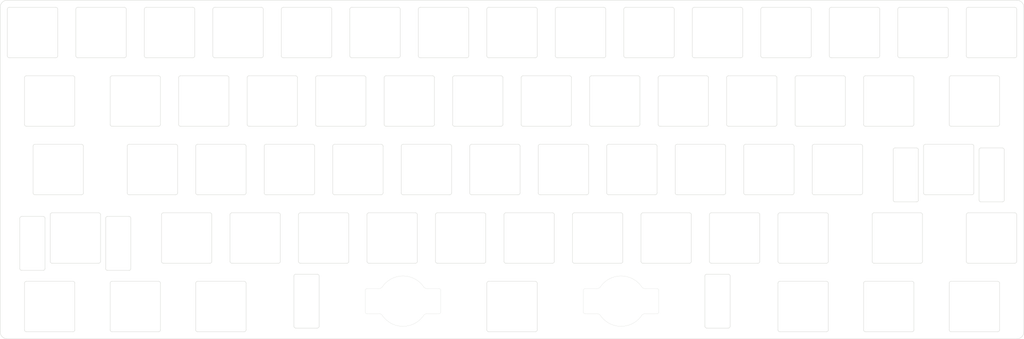
<source format=kicad_pcb>
(kicad_pcb
	(version 20240108)
	(generator "pcbnew")
	(generator_version "8.0")
	(general
		(thickness 1.6)
		(legacy_teardrops no)
	)
	(paper "A4")
	(layers
		(0 "F.Cu" signal)
		(31 "B.Cu" signal)
		(32 "B.Adhes" user "B.Adhesive")
		(33 "F.Adhes" user "F.Adhesive")
		(34 "B.Paste" user)
		(35 "F.Paste" user)
		(36 "B.SilkS" user "B.Silkscreen")
		(37 "F.SilkS" user "F.Silkscreen")
		(38 "B.Mask" user)
		(39 "F.Mask" user)
		(40 "Dwgs.User" user "User.Drawings")
		(41 "Cmts.User" user "User.Comments")
		(42 "Eco1.User" user "User.Eco1")
		(43 "Eco2.User" user "User.Eco2")
		(44 "Edge.Cuts" user)
		(45 "Margin" user)
		(46 "B.CrtYd" user "B.Courtyard")
		(47 "F.CrtYd" user "F.Courtyard")
		(48 "B.Fab" user)
		(49 "F.Fab" user)
	)
	(setup
		(stackup
			(layer "F.SilkS"
				(type "Top Silk Screen")
			)
			(layer "F.Paste"
				(type "Top Solder Paste")
			)
			(layer "F.Mask"
				(type "Top Solder Mask")
				(color "Green")
				(thickness 0.01)
			)
			(layer "F.Cu"
				(type "copper")
				(thickness 0.035)
			)
			(layer "dielectric 1"
				(type "core")
				(thickness 1.51)
				(material "FR4")
				(epsilon_r 4.5)
				(loss_tangent 0.02)
			)
			(layer "B.Cu"
				(type "copper")
				(thickness 0.035)
			)
			(layer "B.Mask"
				(type "Bottom Solder Mask")
				(color "Green")
				(thickness 0.01)
			)
			(layer "B.Paste"
				(type "Bottom Solder Paste")
			)
			(layer "B.SilkS"
				(type "Bottom Silk Screen")
			)
			(copper_finish "None")
			(dielectric_constraints no)
		)
		(pad_to_mask_clearance 0)
		(allow_soldermask_bridges_in_footprints no)
		(pcbplotparams
			(layerselection 0x00310fc_ffffffff)
			(plot_on_all_layers_selection 0x0000000_00000000)
			(disableapertmacros no)
			(usegerberextensions yes)
			(usegerberattributes no)
			(usegerberadvancedattributes no)
			(creategerberjobfile no)
			(dashed_line_dash_ratio 12.000000)
			(dashed_line_gap_ratio 3.000000)
			(svgprecision 6)
			(plotframeref no)
			(viasonmask no)
			(mode 1)
			(useauxorigin yes)
			(hpglpennumber 1)
			(hpglpenspeed 20)
			(hpglpendiameter 15.000000)
			(pdf_front_fp_property_popups yes)
			(pdf_back_fp_property_popups yes)
			(dxfpolygonmode yes)
			(dxfimperialunits yes)
			(dxfusepcbnewfont yes)
			(psnegative no)
			(psa4output no)
			(plotreference yes)
			(plotvalue yes)
			(plotfptext yes)
			(plotinvisibletext no)
			(sketchpadsonfab yes)
			(subtractmaskfromsilk yes)
			(outputformat 1)
			(mirror no)
			(drillshape 0)
			(scaleselection 1)
			(outputdirectory "Gerber/")
		)
	)
	(net 0 "")
	(gr_line
		(start 248.880758 42.125007)
		(end 248.880758 56.125007)
		(stroke
			(width 0.1)
			(type solid)
		)
		(layer "Edge.Cuts")
		(uuid "0014413b-5e14-45f5-acca-784e17063466")
	)
	(gr_line
		(start 283.225008 60.175007)
		(end 283.225008 73.175007)
		(stroke
			(width 0.1)
			(type solid)
		)
		(layer "Edge.Cuts")
		(uuid "001f02f8-badf-4a36-8e32-8f7c8d954f12")
	)
	(gr_arc
		(start 101.750008 21.575007)
		(mid 102.103561 21.721454)
		(end 102.250008 22.075007)
		(stroke
			(width 0.1)
			(type solid)
		)
		(layer "Edge.Cuts")
		(uuid "0028be27-1159-4dc4-a04b-2cccd95d57f9")
	)
	(gr_arc
		(start 23.168758 40.625007)
		(mid 23.522279 40.771471)
		(end 23.668758 41.125007)
		(stroke
			(width 0.1)
			(type solid)
		)
		(layer "Edge.Cuts")
		(uuid "003aeabd-0bee-4022-9647-5fe0ced4aea9")
	)
	(gr_arc
		(start 126.350008 22.075007)
		(mid 126.496455 21.721454)
		(end 126.850008 21.575007)
		(stroke
			(width 0.1)
			(type solid)
		)
		(layer "Edge.Cuts")
		(uuid "00e794c9-0474-4526-b58b-ee3face39c75")
	)
	(gr_arc
		(start 45.100008 92.225007)
		(mid 44.953561 92.57856)
		(end 44.600008 92.725007)
		(stroke
			(width 0.1)
			(type solid)
		)
		(layer "Edge.Cuts")
		(uuid "01499195-cb19-4641-9551-2230c7069475")
	)
	(gr_curve
		(pts
			(xy 106.762096 88.151605) (xy 108.020804 90.004808) (xy 110.140895 91.225011) (xy 112.550008 91.225011)
		)
		(stroke
			(width 0.05)
			(type solid)
		)
		(layer "Edge.Cuts")
		(uuid "01d5232f-1a2e-45b5-8f81-f9fb1b355dcb")
	)
	(gr_arc
		(start 159.687508 60.175007)
		(mid 159.833955 59.821454)
		(end 160.187508 59.675007)
		(stroke
			(width 0.1)
			(type solid)
		)
		(layer "Edge.Cuts")
		(uuid "02590d71-b2c4-45ce-bde5-c89dd82a1728")
	)
	(gr_arc
		(start 222.100008 35.575007)
		(mid 221.746455 35.42856)
		(end 221.600008 35.075007)
		(stroke
			(width 0.1)
			(type solid)
		)
		(layer "Edge.Cuts")
		(uuid "032a1c32-6a40-48a2-a1bc-91e2ca168157")
	)
	(gr_line
		(start 183.500008 22.075007)
		(end 183.500008 35.075007)
		(stroke
			(width 0.1)
			(type solid)
		)
		(layer "Edge.Cuts")
		(uuid "03c1f50a-cdf0-4628-9c61-d85b4713734c")
	)
	(gr_line
		(start 173.975008 3.025007)
		(end 173.975008 16.025007)
		(stroke
			(width 0.1)
			(type solid)
		)
		(layer "Edge.Cuts")
		(uuid "03ecc520-d106-4d13-adde-dd4da3e0bf1d")
	)
	(gr_line
		(start 192.737508 60.175007)
		(end 192.737508 73.175007)
		(stroke
			(width 0.1)
			(type solid)
		)
		(layer "Edge.Cuts")
		(uuid "041b0c86-67e3-45b5-b774-c3ba656f7e59")
	)
	(gr_arc
		(start 202.262508 54.125007)
		(mid 202.116061 54.47856)
		(end 201.762508 54.625007)
		(stroke
			(width 0.1)
			(type solid)
		)
		(layer "Edge.Cuts")
		(uuid "04c94eca-dffe-4531-8e99-4f01e301d311")
	)
	(gr_arc
		(start 140.350008 35.075007)
		(mid 140.203561 35.42856)
		(end 139.850008 35.575007)
		(stroke
			(width 0.1)
			(type solid)
		)
		(layer "Edge.Cuts")
		(uuid "0521687e-6ce5-42a3-bb51-bac362c57b4f")
	)
	(gr_arc
		(start 69.200008 22.075007)
		(mid 69.346455 21.721454)
		(end 69.700008 21.575007)
		(stroke
			(width 0.1)
			(type solid)
		)
		(layer "Edge.Cuts")
		(uuid "06e088a0-efee-4c21-aabb-9ca4da3565de")
	)
	(gr_arc
		(start 182.712508 40.625007)
		(mid 183.066061 40.771454)
		(end 183.212508 41.125007)
		(stroke
			(width 0.1)
			(type solid)
		)
		(layer "Edge.Cuts")
		(uuid "074499ed-61de-42a3-8500-db04219bd892")
	)
	(gr_arc
		(start 216.837508 60.175007)
		(mid 216.983955 59.821454)
		(end 217.337508 59.675007)
		(stroke
			(width 0.1)
			(type solid)
		)
		(layer "Edge.Cuts")
		(uuid "07607f53-1ece-4eef-bbfe-8090a7e550c4")
	)
	(gr_arc
		(start 5.993258 61.175007)
		(mid 6.139705 60.821454)
		(end 6.493258 60.675007)
		(stroke
			(width 0.1)
			(type solid)
		)
		(layer "Edge.Cuts")
		(uuid "0779294a-0a59-4983-9f3b-cee35573983c")
	)
	(gr_line
		(start 93.512508 40.625007)
		(end 106.512508 40.625007)
		(stroke
			(width 0.1)
			(type solid)
		)
		(layer "Edge.Cuts")
		(uuid "07a56736-62e5-4488-9abd-8898cea9f406")
	)
	(gr_arc
		(start 130.325008 2.525007)
		(mid 130.678561 2.671454)
		(end 130.825008 3.025007)
		(stroke
			(width 0.1)
			(type solid)
		)
		(layer "Edge.Cuts")
		(uuid "081752e7-d652-4dff-9b60-0f998c940419")
	)
	(gr_arc
		(start 102.250008 35.075007)
		(mid 102.103561 35.42856)
		(end 101.750008 35.575007)
		(stroke
			(width 0.1)
			(type solid)
		)
		(layer "Edge.Cuts")
		(uuid "084e5151-f47e-4b01-926c-d537d3f83386")
	)
	(gr_line
		(start 55.412508 54.625007)
		(end 68.412508 54.625007)
		(stroke
			(width 0.1)
			(type solid)
		)
		(layer "Edge.Cuts")
		(uuid "08cea3bd-d4d1-42af-aba2-9d77d16f35da")
	)
	(gr_arc
		(start 230.837508 92.225007)
		(mid 230.691061 92.57856)
		(end 230.337508 92.725007)
		(stroke
			(width 0.1)
			(type solid)
		)
		(layer "Edge.Cuts")
		(uuid "0905d911-2b3f-489d-a70a-d00bd5321d2c")
	)
	(gr_line
		(start 245.125008 3.025007)
		(end 245.125008 16.025007)
		(stroke
			(width 0.1)
			(type solid)
		)
		(layer "Edge.Cuts")
		(uuid "099b2e9c-59be-4524-bab5-2b5ad3d300cf")
	)
	(gr_arc
		(start 126.062508 54.125007)
		(mid 125.916061 54.47856)
		(end 125.562508 54.625007)
		(stroke
			(width 0.1)
			(type solid)
		)
		(layer "Edge.Cuts")
		(uuid "0a31ecba-02e4-4f23-81e5-691b36bd07d5")
	)
	(gr_line
		(start 222.100008 35.575007)
		(end 235.100008 35.575007)
		(stroke
			(width 0.1)
			(type solid)
		)
		(layer "Edge.Cuts")
		(uuid "0a3ed136-c39a-4b75-99c4-18d724e88a11")
	)
	(gr_arc
		(start 230.337508 78.725007)
		(mid 230.691061 78.871454)
		(end 230.837508 79.225007)
		(stroke
			(width 0.1)
			(type solid)
		)
		(layer "Edge.Cuts")
		(uuid "0a6f546e-ea5a-4540-8539-c1cfe7b77e64")
	)
	(gr_arc
		(start 217.337508 92.725007)
		(mid 216.983955 92.57856)
		(end 216.837508 92.225007)
		(stroke
			(width 0.1)
			(type solid)
		)
		(layer "Edge.Cuts")
		(uuid "0b39b8d2-28ef-422e-8fea-f0d6f3aa8df5")
	)
	(gr_curve
		(pts
			(xy 106.762336 80.298054) (xy 106.579371 80.567401) (xy 106.272241 80.725006) (xy 105.946628 80.725006)
		)
		(stroke
			(width 0.05)
			(type solid)
		)
		(layer "Edge.Cuts")
		(uuid "0b669807-c1fd-4c2c-b4a4-9773b70fb780")
	)
	(gr_arc
		(start 96.987508 59.675007)
		(mid 97.341061 59.821454)
		(end 97.487508 60.175007)
		(stroke
			(width 0.1)
			(type solid)
		)
		(layer "Edge.Cuts")
		(uuid "0bd56769-5542-46c0-b796-ab494034601a")
	)
	(gr_line
		(start 243.531258 59.675007)
		(end 256.531258 59.675007)
		(stroke
			(width 0.1)
			(type solid)
		)
		(layer "Edge.Cuts")
		(uuid "0bf3362b-62ea-4543-b870-4bfc094f81d2")
	)
	(gr_arc
		(start 12.493258 60.675007)
		(mid 12.846779 60.821471)
		(end 12.993258 61.175007)
		(stroke
			(width 0.1)
			(type solid)
		)
		(layer "Edge.Cuts")
		(uuid "0cd3731f-65df-4c18-ab01-06b4e309aa40")
	)
	(gr_line
		(start 241.150008 21.575007)
		(end 254.150008 21.575007)
		(stroke
			(width 0.1)
			(type solid)
		)
		(layer "Edge.Cuts")
		(uuid "0e92c32b-94a5-46fd-a1b9-f64bc16b15cc")
	)
	(gr_line
		(start 50.650008 35.575007)
		(end 63.650008 35.575007)
		(stroke
			(width 0.1)
			(type solid)
		)
		(layer "Edge.Cuts")
		(uuid "0e9b5027-d0c9-4a78-bc5e-8a4bce28454b")
	)
	(gr_arc
		(start 193.025008 3.025007)
		(mid 193.171455 2.671454)
		(end 193.525008 2.525007)
		(stroke
			(width 0.1)
			(type solid)
		)
		(layer "Edge.Cuts")
		(uuid "0ef47e98-8d83-44ab-aff3-2624ce5c56ec")
	)
	(gr_line
		(start 264.962508 21.575007)
		(end 277.962508 21.575007)
		(stroke
			(width 0.1)
			(type solid)
		)
		(layer "Edge.Cuts")
		(uuid "0f656477-8f53-4452-87eb-360841a8c5d0")
	)
	(gr_arc
		(start 188.262508 41.125007)
		(mid 188.408955 40.771454)
		(end 188.762508 40.625007)
		(stroke
			(width 0.1)
			(type solid)
		)
		(layer "Edge.Cuts")
		(uuid "0f8a8d08-0f5a-4e15-bc2d-52f2abbaaf91")
	)
	(gr_line
		(start 255.880758 42.125007)
		(end 255.880758 56.125007)
		(stroke
			(width 0.1)
			(type solid)
		)
		(layer "Edge.Cuts")
		(uuid "0f9e56f1-2989-40e1-940d-61e154136ada")
	)
	(gr_line
		(start 285.225 92.725)
		(end 285.225 2.525)
		(locked yes)
		(stroke
			(width 0.1)
			(type solid)
		)
		(layer "Edge.Cuts")
		(uuid "1029ea1d-00eb-43c8-9c82-c056004d01ff")
	)
	(gr_curve
		(pts
			(xy 119.153978 80.725006) (xy 118.827994 80.725006) (xy 118.520544 80.567203) (xy 118.337349 80.297565)
		)
		(stroke
			(width 0.05)
			(type solid)
		)
		(layer "Edge.Cuts")
		(uuid "1064029f-95e2-416f-a55a-4fcbaa311435")
	)
	(gr_arc
		(start 64.150008 35.075007)
		(mid 64.003561 35.42856)
		(end 63.650008 35.575007)
		(stroke
			(width 0.1)
			(type solid)
		)
		(layer "Edge.Cuts")
		(uuid "109f7dc1-53eb-45d7-9ecc-010455d09846")
	)
	(gr_arc
		(start 231.125008 3.025007)
		(mid 231.271455 2.671454)
		(end 231.625008 2.525007)
		(stroke
			(width 0.1)
			(type solid)
		)
		(layer "Edge.Cuts")
		(uuid "10f0ee46-3bb4-4506-8c62-281fb2d2be8c")
	)
	(gr_line
		(start 35.575008 3.025007)
		(end 35.575008 16.025007)
		(stroke
			(width 0.1)
			(type solid)
		)
		(layer "Edge.Cuts")
		(uuid "1103a35c-6be6-428e-9b60-d8517d4902f1")
	)
	(gr_arc
		(start 198.287508 73.675007)
		(mid 197.933955 73.52856)
		(end 197.787508 73.175007)
		(stroke
			(width 0.1)
			(type solid)
		)
		(layer "Edge.Cuts")
		(uuid "11363897-4ddd-4e82-9ddc-cd7acd2c3644")
	)
	(gr_arc
		(start 241.150008 35.575007)
		(mid 240.796455 35.42856)
		(end 240.650008 35.075007)
		(stroke
			(width 0.1)
			(type solid)
		)
		(layer "Edge.Cuts")
		(uuid "114ff962-39c4-43d1-b55f-fd49665f5bdf")
	)
	(gr_line
		(start 2.525008 3.025007)
		(end 2.525008 16.025007)
		(stroke
			(width 0.1)
			(type solid)
		)
		(layer "Edge.Cuts")
		(uuid "116adf85-54ba-40f4-9d99-078c64f2674f")
	)
	(gr_line
		(start 55.412508 78.725007)
		(end 68.412508 78.725007)
		(stroke
			(width 0.1)
			(type solid)
		)
		(layer "Edge.Cuts")
		(uuid "11b4e6d4-1b4e-4dc8-b80d-22770ef7e396")
	)
	(gr_line
		(start 12.993258 61.175007)
		(end 12.993258 75.175007)
		(stroke
			(width 0.1)
			(type solid)
		)
		(layer "Edge.Cuts")
		(uuid "11ff17e8-5f13-4f60-9337-815289800950")
	)
	(gr_arc
		(start 64.437508 60.175007)
		(mid 64.583955 59.821454)
		(end 64.937508 59.675007)
		(stroke
			(width 0.1)
			(type solid)
		)
		(layer "Edge.Cuts")
		(uuid "1391763c-edf3-4e4f-82b0-be5a0099f7cf")
	)
	(gr_line
		(start 254.650008 22.075007)
		(end 254.650008 35.075007)
		(stroke
			(width 0.1)
			(type solid)
		)
		(layer "Edge.Cuts")
		(uuid "13ad76a6-9cdf-433d-b017-84c28216223b")
	)
	(gr_line
		(start 226.362508 41.125007)
		(end 226.362508 54.125007)
		(stroke
			(width 0.1)
			(type solid)
		)
		(layer "Edge.Cuts")
		(uuid "145cd8f9-6423-44df-8a43-f9b12b5accd0")
	)
	(gr_arc
		(start 7.287508 79.225007)
		(mid 7.433955 78.871454)
		(end 7.787508 78.725007)
		(stroke
			(width 0.1)
			(type solid)
		)
		(layer "Edge.Cuts")
		(uuid "15347f4b-d5ad-4f3d-bd30-8eb6fd0dbfca")
	)
	(gr_arc
		(start 60.175008 16.525007)
		(mid 59.821455 16.37856)
		(end 59.675008 16.025007)
		(stroke
			(width 0.1)
			(type solid)
		)
		(layer "Edge.Cuts")
		(uuid "1672c93e-6587-4487-9818-12dba4c06df7")
	)
	(gr_line
		(start 93.512508 54.625007)
		(end 106.512508 54.625007)
		(stroke
			(width 0.1)
			(type solid)
		)
		(layer "Edge.Cuts")
		(uuid "16e4b502-6b06-4470-ac89-06d5852a47dd")
	)
	(gr_line
		(start 230.837508 60.175007)
		(end 230.837508 73.175007)
		(stroke
			(width 0.1)
			(type solid)
		)
		(layer "Edge.Cuts")
		(uuid "1844041d-3489-4b89-ab83-3a2bdbcdd733")
	)
	(gr_arc
		(start 243.531258 73.675007)
		(mid 243.177737 73.528543)
		(end 243.031258 73.175007)
		(stroke
			(width 0.1)
			(type solid)
		)
		(layer "Edge.Cuts")
		(uuid "18477671-4a14-4b5a-9933-6b42ea3d45f1")
	)
	(gr_arc
		(start 272.756758 42.125007)
		(mid 272.903202 41.771436)
		(end 273.256758 41.625007)
		(stroke
			(width 0.1)
			(type solid)
		)
		(layer "Edge.Cuts")
		(uuid "188118fc-dfe3-47ae-9e7a-75894a8750e2")
	)
	(gr_arc
		(start 154.637508 73.175007)
		(mid 154.491061 73.52856)
		(end 154.137508 73.675007)
		(stroke
			(width 0.1)
			(type solid)
		)
		(layer "Edge.Cuts")
		(uuid "1a6fff15-11fa-4bc7-b9df-eb9d138c7d70")
	)
	(gr_arc
		(start 279.256758 41.625007)
		(mid 279.610279 41.771471)
		(end 279.756758 42.125007)
		(stroke
			(width 0.1)
			(type solid)
		)
		(layer "Edge.Cuts")
		(uuid "1b4e6f52-aefe-4683-9ba5-67d87943c627")
	)
	(gr_arc
		(start 169.212508 41.125007)
		(mid 169.358955 40.771454)
		(end 169.712508 40.625007)
		(stroke
			(width 0.1)
			(type solid)
		)
		(layer "Edge.Cuts")
		(uuid "1c43fa15-0f1d-43a1-8d8c-8997fb1303a7")
	)
	(gr_arc
		(start 36.369258 60.675007)
		(mid 36.722779 60.821471)
		(end 36.869258 61.175007)
		(stroke
			(width 0.1)
			(type solid)
		)
		(layer "Edge.Cuts")
		(uuid "1cc5ee6b-b78f-46e0-a46f-25597d5623a5")
	)
	(gr_line
		(start 64.437508 60.175007)
		(end 64.437508 73.175007)
		(stroke
			(width 0.1)
			(type solid)
		)
		(layer "Edge.Cuts")
		(uuid "1cc8c21f-fc27-44cf-bfc0-1b72728c0ea0")
	)
	(gr_line
		(start 10.168758 54.625007)
		(end 23.168758 54.625007)
		(stroke
			(width 0.1)
			(type solid)
		)
		(layer "Edge.Cuts")
		(uuid "1cfb45a4-aade-4947-98ab-433d352e3b5e")
	)
	(gr_arc
		(start 50.650008 35.575007)
		(mid 50.296455 35.42856)
		(end 50.150008 35.075007)
		(stroke
			(width 0.1)
			(type solid)
		)
		(layer "Edge.Cuts")
		(uuid "1d6a8d00-6257-4078-a939-f9dbcd526446")
	)
	(gr_line
		(start 216.837508 79.225007)
		(end 216.837508 92.225007)
		(stroke
			(width 0.1)
			(type solid)
		)
		(layer "Edge.Cuts")
		(uuid "1d9115aa-3443-4ff6-9919-893d5627e35f")
	)
	(gr_line
		(start 155.425008 16.525007)
		(end 168.425008 16.525007)
		(stroke
			(width 0.1)
			(type solid)
		)
		(layer "Edge.Cuts")
		(uuid "1dd7a401-245d-4045-90b1-f8b5f6cc4ec7")
	)
	(gr_arc
		(start 78.437508 73.175007)
		(mid 78.291061 73.52856)
		(end 77.937508 73.675007)
		(stroke
			(width 0.1)
			(type solid)
		)
		(layer "Edge.Cuts")
		(uuid "1df4e13f-844d-4171-8faf-81f776fc67da")
	)
	(gr_arc
		(start 89.225008 91.225007)
		(mid 89.078561 91.57856)
		(end 88.725008 91.725007)
		(stroke
			(width 0.1)
			(type solid)
		)
		(layer "Edge.Cuts")
		(uuid "1e0c7410-ac89-439d-b04a-2f8cd79eca25")
	)
	(gr_arc
		(start 168.425008 2.525007)
		(mid 168.778561 2.671454)
		(end 168.925008 3.025007)
		(stroke
			(width 0.1)
			(type solid)
		)
		(layer "Edge.Cuts")
		(uuid "1e7406ff-b7ae-43a8-8b2f-356cb899becf")
	)
	(gr_arc
		(start 203.050008 35.575007)
		(mid 202.696455 35.42856)
		(end 202.550008 35.075007)
		(stroke
			(width 0.1)
			(type solid)
		)
		(layer "Edge.Cuts")
		(uuid "1f81dafe-d1ae-4f95-9d7b-776c3bd0cdb5")
	)
	(gr_arc
		(start 255.880758 56.125007)
		(mid 255.734314 56.478578)
		(end 255.380758 56.625007)
		(stroke
			(width 0.1)
			(type solid)
		)
		(layer "Edge.Cuts")
		(uuid "1fd21fcb-1ba1-4370-ad97-630f8153f27f")
	)
	(gr_arc
		(start 150.662508 54.625007)
		(mid 150.308955 54.47856)
		(end 150.162508 54.125007)
		(stroke
			(width 0.1)
			(type solid)
		)
		(layer "Edge.Cuts")
		(uuid "1fd7ee77-d307-4be8-8910-1d23646852a3")
	)
	(gr_arc
		(start 35.575008 16.025007)
		(mid 35.428561 16.37856)
		(end 35.075008 16.525007)
		(stroke
			(width 0.1)
			(type solid)
		)
		(layer "Edge.Cuts")
		(uuid "201f8ea4-b800-4152-8e46-b24f962344be")
	)
	(gr_arc
		(start 158.900008 21.575007)
		(mid 159.253561 21.721454)
		(end 159.400008 22.075007)
		(stroke
			(width 0.1)
			(type solid)
		)
		(layer "Edge.Cuts")
		(uuid "20636612-8316-4b05-b9e0-501520cafb6b")
	)
	(gr_arc
		(start 230.337508 59.675007)
		(mid 230.691061 59.821454)
		(end 230.837508 60.175007)
		(stroke
			(width 0.1)
			(type solid)
		)
		(layer "Edge.Cuts")
		(uuid "2066e71d-1162-4012-8edf-1c0e9705b4bc")
	)
	(gr_line
		(start 273.256758 41.625007)
		(end 279.256758 41.625007)
		(stroke
			(width 0.1)
			(type solid)
		)
		(layer "Edge.Cuts")
		(uuid "216147ab-8fd5-46c0-b9f2-8911a50e4d0d")
	)
	(gr_line
		(start 163.199262 87.725009)
		(end 166.597057 87.725009)
		(stroke
			(width 0.05)
			(type solid)
		)
		(layer "Edge.Cuts")
		(uuid "226dfa28-e500-4fa2-bc92-2c96f8645cb3")
	)
	(gr_arc
		(start 240.362508 54.125007)
		(mid 240.216061 54.47856)
		(end 239.862508 54.625007)
		(stroke
			(width 0.1)
			(type solid)
		)
		(layer "Edge.Cuts")
		(uuid "22fa40f0-04ff-4c30-b63e-71e4fb6c2423")
	)
	(gr_line
		(start 196.525008 77.225007)
		(end 196.525008 91.225007)
		(stroke
			(width 0.1)
			(type solid)
		)
		(layer "Edge.Cuts")
		(uuid "236a2cc2-dfb7-4723-bd96-b5800b7e6e83")
	)
	(gr_arc
		(start 79.225008 16.525007)
		(mid 78.871455 16.37856)
		(end 78.725008 16.025007)
		(stroke
			(width 0.1)
			(type solid)
		)
		(layer "Edge.Cuts")
		(uuid "252406b9-d92d-4ddb-85b8-e8135031ee6a")
	)
	(gr_line
		(start 9.668758 41.125007)
		(end 9.668758 54.125007)
		(stroke
			(width 0.1)
			(type solid)
		)
		(layer "Edge.Cuts")
		(uuid "258b283e-a22e-432b-aa21-fa46070e286a")
	)
	(gr_arc
		(start 82.700008 21.575007)
		(mid 83.053561 21.721454)
		(end 83.200008 22.075007)
		(stroke
			(width 0.1)
			(type solid)
		)
		(layer "Edge.Cuts")
		(uuid "25ed145c-95e8-4656-bd7c-326d3cb30225")
	)
	(gr_arc
		(start 87.962508 54.125007)
		(mid 87.816061 54.47856)
		(end 87.462508 54.625007)
		(stroke
			(width 0.1)
			(type solid)
		)
		(layer "Edge.Cuts")
		(uuid "268d9a3f-0ff7-400e-8f2a-9cc06392962d")
	)
	(gr_line
		(start 188.262508 41.125007)
		(end 188.262508 54.125007)
		(stroke
			(width 0.1)
			(type solid)
		)
		(layer "Edge.Cuts")
		(uuid "26c3c6da-c92a-4ecd-b257-63979d61360f")
	)
	(gr_line
		(start 231.625008 2.525007)
		(end 244.625008 2.525007)
		(stroke
			(width 0.1)
			(type solid)
		)
		(layer "Edge.Cuts")
		(uuid "289529bf-d9ec-4410-a711-3a0bf6485097")
	)
	(gr_line
		(start 257.818758 40.625007)
		(end 270.818758 40.625007)
		(stroke
			(width 0.1)
			(type solid)
		)
		(layer "Edge.Cuts")
		(uuid "28cfafb4-5963-4e42-a265-fd4b7eba1c20")
	)
	(gr_arc
		(start 174.475008 16.525007)
		(mid 174.121455 16.37856)
		(end 173.975008 16.025007)
		(stroke
			(width 0.1)
			(type solid)
		)
		(layer "Edge.Cuts")
		(uuid "28eda2af-01c1-457b-b5d5-e49c3bff6feb")
	)
	(gr_arc
		(start 187.975008 16.025007)
		(mid 187.828561 16.37856)
		(end 187.475008 16.525007)
		(stroke
			(width 0.1)
			(type solid)
		)
		(layer "Edge.Cuts")
		(uuid "29b3ecd0-6072-4f25-b82c-59b22741541b")
	)
	(gr_curve
		(pts
			(xy 166.597057 87.725009) (xy 166.922402 87.725009) (xy 167.229298 87.88247) (xy 167.412096 88.151605)
		)
		(stroke
			(width 0.05)
			(type solid)
		)
		(layer "Edge.Cuts")
		(uuid "29c555a1-6684-4319-aaaa-ee6beb29e2a7")
	)
	(gr_line
		(start 136.375008 2.525007)
		(end 149.375008 2.525007)
		(stroke
			(width 0.1)
			(type solid)
		)
		(layer "Edge.Cuts")
		(uuid "2a25febf-a3da-46ad-b34f-162d8e6a5cdb")
	)
	(gr_arc
		(start 173.975008 3.025007)
		(mid 174.121455 2.671454)
		(end 174.475008 2.525007)
		(stroke
			(width 0.1)
			(type solid)
		)
		(layer "Edge.Cuts")
		(uuid "2a30258f-8aaf-4330-9a80-792375d7ec69")
	)
	(gr_arc
		(start 264.175008 16.025007)
		(mid 264.028561 16.37856)
		(end 263.675008 16.525007)
		(stroke
			(width 0.1)
			(type solid)
		)
		(layer "Edge.Cuts")
		(uuid "2a6fd1d3-c7be-46dc-8cca-6c3995f8b91f")
	)
	(gr_arc
		(start 197.000008 21.575007)
		(mid 197.353561 21.721454)
		(end 197.500008 22.075007)
		(stroke
			(width 0.1)
			(type solid)
		)
		(layer "Edge.Cuts")
		(uuid "2a90df80-12ed-4be9-a1a7-d3c3f8e9a420")
	)
	(gr_arc
		(start 279.756758 56.125007)
		(mid 279.610314 56.478578)
		(end 279.256758 56.625007)
		(stroke
			(width 0.1)
			(type solid)
		)
		(layer "Edge.Cuts")
		(uuid "2aac1021-2e51-487c-b381-d934c24f1cf0")
	)
	(gr_line
		(start 69.700008 21.575007)
		(end 82.700008 21.575007)
		(stroke
			(width 0.1)
			(type solid)
		)
		(layer "Edge.Cuts")
		(uuid "2ae394bb-139f-4c6b-b620-5b1e32011d37")
	)
	(gr_line
		(start 269.725008 2.525007)
		(end 282.725008 2.525007)
		(stroke
			(width 0.1)
			(type solid)
		)
		(layer "Edge.Cuts")
		(uuid "2af12cea-71f8-4cb7-92ca-f1dedd3d91b7")
	)
	(gr_line
		(start 14.931258 73.675007)
		(end 27.931258 73.675007)
		(stroke
			(width 0.1)
			(type solid)
		)
		(layer "Edge.Cuts")
		(uuid "2b262c4a-5c92-4343-bc4a-3b7dc334adba")
	)
	(gr_line
		(start 93.012508 41.125007)
		(end 93.012508 54.125007)
		(stroke
			(width 0.1)
			(type solid)
		)
		(layer "Edge.Cuts")
		(uuid "2b677125-3482-4ec9-a656-52ef5bcb3e64")
	)
	(gr_arc
		(start 131.612508 54.625007)
		(mid 131.258955 54.47856)
		(end 131.112508 54.125007)
		(stroke
			(width 0.1)
			(type solid)
		)
		(layer "Edge.Cuts")
		(uuid "2bae64ba-c4c9-4c3c-ab1a-1c6c4675dc33")
	)
	(gr_arc
		(start 184.000008 35.575007)
		(mid 183.646455 35.42856)
		(end 183.500008 35.075007)
		(stroke
			(width 0.1)
			(type solid)
		)
		(layer "Edge.Cuts")
		(uuid "2bf0dac9-abb9-4f0d-a43d-a73c282fd913")
	)
	(gr_curve
		(pts
			(xy 163.199283 80.725006) (xy 162.923538 80.725006) (xy 162.700003 80.948541) (xy 162.700003 81.224286)
		)
		(stroke
			(width 0.05)
			(type solid)
		)
		(layer "Edge.Cuts")
		(uuid "2d02493a-7299-43aa-a5b3-6e968691cc03")
	)
	(gr_line
		(start 36.362508 54.625007)
		(end 49.362508 54.625007)
		(stroke
			(width 0.1)
			(type solid)
		)
		(layer "Edge.Cuts")
		(uuid "2e0bff97-6c97-4257-8f43-4fb256a07453")
	)
	(gr_arc
		(start 112.562508 54.625007)
		(mid 112.208955 54.47856)
		(end 112.062508 54.125007)
		(stroke
			(width 0.1)
			(type solid)
		)
		(layer "Edge.Cuts")
		(uuid "2e3fdda2-897d-4d60-b846-e5edd3699842")
	)
	(gr_line
		(start 217.337508 59.675007)
		(end 230.337508 59.675007)
		(stroke
			(width 0.1)
			(type solid)
		)
		(layer "Edge.Cuts")
		(uuid "2e425660-4ec3-4baf-8eda-20ff468f11ce")
	)
	(gr_line
		(start 49.862508 41.125007)
		(end 49.862508 54.125007)
		(stroke
			(width 0.1)
			(type solid)
		)
		(layer "Edge.Cuts")
		(uuid "2e7db7ce-1166-4c4a-bace-5602b1dcb7ec")
	)
	(gr_line
		(start 164.162508 41.125007)
		(end 164.162508 54.125007)
		(stroke
			(width 0.1)
			(type solid)
		)
		(layer "Edge.Cuts")
		(uuid "2eedd4df-c1f5-462c-b6ca-bc7657d564e2")
	)
	(gr_line
		(start 241.150008 78.725007)
		(end 254.150008 78.725007)
		(stroke
			(width 0.1)
			(type solid)
		)
		(layer "Edge.Cuts")
		(uuid "2f86cada-ca27-418b-a2a6-41d9b886b956")
	)
	(gr_arc
		(start 254.150008 78.725007)
		(mid 254.503561 78.871454)
		(end 254.650008 79.225007)
		(stroke
			(width 0.1)
			(type solid)
		)
		(layer "Edge.Cuts")
		(uuid "30e4dbb5-5888-4cae-b856-a911bf91a7c8")
	)
	(gr_curve
		(pts
			(xy 122.550754 87.725009) (xy 122.826487 87.725009) (xy 123.050013 87.501484) (xy 123.050013 87.22575)
		)
		(stroke
			(width 0.05)
			(type solid)
		)
		(layer "Edge.Cuts")
		(uuid "315c148c-4e4f-4fdf-9fb7-643dc6287d7b")
	)
	(gr_arc
		(start 139.850008 21.575007)
		(mid 140.203561 21.721454)
		(end 140.350008 22.075007)
		(stroke
			(width 0.1)
			(type solid)
		)
		(layer "Edge.Cuts")
		(uuid "317809f8-8e97-461d-b104-fe23d1dd6952")
	)
	(gr_arc
		(start 278.462508 35.075007)
		(mid 278.316061 35.42856)
		(end 277.962508 35.575007)
		(stroke
			(width 0.1)
			(type solid)
		)
		(layer "Edge.Cuts")
		(uuid "31ce2858-8784-45d2-bbfb-eb1688ce9a84")
	)
	(gr_line
		(start 197.025008 91.725007)
		(end 203.025008 91.725007)
		(stroke
			(width 0.1)
			(type solid)
		)
		(layer "Edge.Cuts")
		(uuid "3216ff14-adbd-4449-bc92-a1ec8d4cbfe6")
	)
	(gr_line
		(start 264.462508 79.225007)
		(end 264.462508 92.225007)
		(stroke
			(width 0.1)
			(type solid)
		)
		(layer "Edge.Cuts")
		(uuid "32498be5-46e9-4fdf-ae81-22c1cb87e298")
	)
	(gr_line
		(start 283.225008 3.025007)
		(end 283.225008 16.025007)
		(stroke
			(width 0.1)
			(type solid)
		)
		(layer "Edge.Cuts")
		(uuid "32b6f55f-670e-4a02-b42a-e8edb7d6eb60")
	)
	(gr_line
		(start 45.100008 22.075007)
		(end 45.100008 35.075007)
		(stroke
			(width 0.1)
			(type solid)
		)
		(layer "Edge.Cuts")
		(uuid "32f36dcb-bfee-40f1-aa54-0efa3233b380")
	)
	(gr_line
		(start 159.400008 22.075007)
		(end 159.400008 35.075007)
		(stroke
			(width 0.1)
			(type solid)
		)
		(layer "Edge.Cuts")
		(uuid "32fe77dd-0e84-4bc3-af79-39235728cffb")
	)
	(gr_line
		(start 188.762508 54.625007)
		(end 201.762508 54.625007)
		(stroke
			(width 0.1)
			(type solid)
		)
		(layer "Edge.Cuts")
		(uuid "3303e9d9-e1bf-4e93-931b-dee1037d3cf4")
	)
	(gr_line
		(start 140.350008 22.075007)
		(end 140.350008 35.075007)
		(stroke
			(width 0.1)
			(type solid)
		)
		(layer "Edge.Cuts")
		(uuid "33ec3ada-ec37-4111-b18b-6b727c66f637")
	)
	(gr_line
		(start 164.450008 22.075007)
		(end 164.450008 35.075007)
		(stroke
			(width 0.1)
			(type solid)
		)
		(layer "Edge.Cuts")
		(uuid "33fe6fe0-b529-4710-86a8-01944c5f5db9")
	)
	(gr_arc
		(start 98.275008 16.525007)
		(mid 97.921455 16.37856)
		(end 97.775008 16.025007)
		(stroke
			(width 0.1)
			(type solid)
		)
		(layer "Edge.Cuts")
		(uuid "35e40349-968f-4538-8f20-fe5e38f506c4")
	)
	(gr_line
		(start 98.275008 16.525007)
		(end 111.275008 16.525007)
		(stroke
			(width 0.1)
			(type solid)
		)
		(layer "Edge.Cuts")
		(uuid "35e6dc0f-7821-4e31-89ae-3f0fbe7eb497")
	)
	(gr_line
		(start 203.525008 77.225007)
		(end 203.525008 91.225007)
		(stroke
			(width 0.1)
			(type solid)
		)
		(layer "Edge.Cuts")
		(uuid "364ceaef-c14b-4099-9aa2-38d8e3ba41aa")
	)
	(gr_line
		(start 240.650008 79.225007)
		(end 240.650008 92.225007)
		(stroke
			(width 0.1)
			(type solid)
		)
		(layer "Edge.Cuts")
		(uuid "3652acfc-cb15-4f76-a9bc-241e7cff3f78")
	)
	(gr_line
		(start 122.087508 59.675007)
		(end 135.087508 59.675007)
		(stroke
			(width 0.1)
			(type solid)
		)
		(layer "Edge.Cuts")
		(uuid "3672d9d6-3e86-4e22-bc26-454a72e71407")
	)
	(gr_arc
		(start 121.300008 35.075007)
		(mid 121.153561 35.42856)
		(end 120.800008 35.575007)
		(stroke
			(width 0.1)
			(type solid)
		)
		(layer "Edge.Cuts")
		(uuid "36e8a40d-56dd-4172-b5b1-2a06baab3e20")
	)
	(gr_line
		(start 250.675008 2.525007)
		(end 263.675008 2.525007)
		(stroke
			(width 0.1)
			(type solid)
		)
		(layer "Edge.Cuts")
		(uuid "37e289ce-7b72-40c8-9450-7bb152d77c56")
	)
	(gr_line
		(start 149.875008 3.025007)
		(end 149.875008 16.025007)
		(stroke
			(width 0.1)
			(type solid)
		)
		(layer "Edge.Cuts")
		(uuid "384a46a2-5abb-49c8-8c0e-0ff42aed85ad")
	)
	(gr_line
		(start 107.012508 41.125007)
		(end 107.012508 54.125007)
		(stroke
			(width 0.1)
			(type solid)
		)
		(layer "Edge.Cuts")
		(uuid "38b520cd-38d7-4110-bce4-93e4a7cf3750")
	)
	(gr_line
		(start 145.900008 21.575007)
		(end 158.900008 21.575007)
		(stroke
			(width 0.1)
			(type solid)
		)
		(layer "Edge.Cuts")
		(uuid "39131a3b-7edb-48a5-a559-34c0f2a5a310")
	)
	(gr_arc
		(start 45.100008 35.075007)
		(mid 44.953561 35.42856)
		(end 44.600008 35.575007)
		(stroke
			(width 0.1)
			(type solid)
		)
		(layer "Edge.Cuts")
		(uuid "39bf646a-4c99-40fa-9420-b116f7f979bf")
	)
	(gr_line
		(start 7.287508 79.225007)
		(end 7.287508 92.225007)
		(stroke
			(width 0.1)
			(type solid)
		)
		(layer "Edge.Cuts")
		(uuid "39f95ab5-9d66-479e-879b-8df6d2745948")
	)
	(gr_line
		(start 212.075008 3.025007)
		(end 212.075008 16.025007)
		(stroke
			(width 0.1)
			(type solid)
		)
		(layer "Edge.Cuts")
		(uuid "3a411258-2174-451c-b3f0-39835edb5804")
	)
	(gr_arc
		(start 122.087508 73.675007)
		(mid 121.733955 73.52856)
		(end 121.587508 73.175007)
		(stroke
			(width 0.1)
			(type solid)
		)
		(layer "Edge.Cuts")
		(uuid "3a54eedb-7bcc-4419-abe6-f1c0497cbce8")
	)
	(gr_line
		(start 271.318758 41.125007)
		(end 271.318758 54.125007)
		(stroke
			(width 0.1)
			(type solid)
		)
		(layer "Edge.Cuts")
		(uuid "3b789d04-9adc-4ebe-b511-ce41316e22e1")
	)
	(gr_arc
		(start 59.675008 3.025007)
		(mid 59.821455 2.671454)
		(end 60.175008 2.525007)
		(stroke
			(width 0.1)
			(type solid)
		)
		(layer "Edge.Cuts")
		(uuid "3c49b211-5cfc-4887-a696-1a5ebd78ce28")
	)
	(gr_line
		(start 73.962508 41.125007)
		(end 73.962508 54.125007)
		(stroke
			(width 0.1)
			(type solid)
		)
		(layer "Edge.Cuts")
		(uuid "3c88d2db-7acb-430f-9af2-0f28ec3444b2")
	)
	(gr_arc
		(start 97.775008 3.025007)
		(mid 97.921455 2.671454)
		(end 98.275008 2.525007)
		(stroke
			(width 0.1)
			(type solid)
		)
		(layer "Edge.Cuts")
		(uuid "3cd220b6-5722-42ee-b8be-5d7c4574a21d")
	)
	(gr_line
		(start 74.462508 54.625007)
		(end 87.462508 54.625007)
		(stroke
			(width 0.1)
			(type solid)
		)
		(layer "Edge.Cuts")
		(uuid "3cfb65bf-c864-44c8-9a94-a827a7706b5c")
	)
	(gr_arc
		(start 59.387508 73.175007)
		(mid 59.241061 73.52856)
		(end 58.887508 73.675007)
		(stroke
			(width 0.1)
			(type solid)
		)
		(layer "Edge.Cuts")
		(uuid "3e3a11dd-29ce-430d-a3c9-bad4e2fe38d9")
	)
	(gr_arc
		(start 173.187508 59.675007)
		(mid 173.541061 59.821454)
		(end 173.687508 60.175007)
		(stroke
			(width 0.1)
			(type solid)
		)
		(layer "Edge.Cuts")
		(uuid "3ea1a893-c20f-4a09-8379-efe09c21695f")
	)
	(gr_line
		(start 141.137508 59.675007)
		(end 154.137508 59.675007)
		(stroke
			(width 0.1)
			(type solid)
		)
		(layer "Edge.Cuts")
		(uuid "3ef9500a-8f06-4c68-b35d-d9e60001328c")
	)
	(gr_arc
		(start 78.725008 3.025007)
		(mid 78.871455 2.671454)
		(end 79.225008 2.525007)
		(stroke
			(width 0.1)
			(type solid)
		)
		(layer "Edge.Cuts")
		(uuid "3f4d7f66-64d1-4979-b574-e673f6367d52")
	)
	(gr_arc
		(start 149.375008 2.525007)
		(mid 149.728561 2.671454)
		(end 149.875008 3.025007)
		(stroke
			(width 0.1)
			(type solid)
		)
		(layer "Edge.Cuts")
		(uuid "3fa510ff-0744-4088-9db9-528cad43be6b")
	)
	(gr_arc
		(start 235.600008 35.075007)
		(mid 235.453561 35.42856)
		(end 235.100008 35.575007)
		(stroke
			(width 0.1)
			(type solid)
		)
		(layer "Edge.Cuts")
		(uuid "3ffead56-c5cf-49b6-9fc8-357fbef6bd1a")
	)
	(gr_arc
		(start 149.875008 92.225007)
		(mid 149.728561 92.57856)
		(end 149.375008 92.725007)
		(stroke
			(width 0.1)
			(type solid)
		)
		(layer "Edge.Cuts")
		(uuid "4011c96c-f7d3-4eb4-a877-02249fc8a4e7")
	)
	(gr_arc
		(start 50.150008 22.075007)
		(mid 50.296455 21.721454)
		(end 50.650008 21.575007)
		(stroke
			(width 0.1)
			(type solid)
		)
		(layer "Edge.Cuts")
		(uuid "407b55fc-61df-4f70-8288-7036edd34774")
	)
	(gr_line
		(start 226.862508 54.625007)
		(end 239.862508 54.625007)
		(stroke
			(width 0.1)
			(type solid)
		)
		(layer "Edge.Cuts")
		(uuid "40d5356e-dab1-4620-8ec3-366208ff2e71")
	)
	(gr_line
		(start 102.250008 22.075007)
		(end 102.250008 35.075007)
		(stroke
			(width 0.1)
			(type solid)
		)
		(layer "Edge.Cuts")
		(uuid "421a0ee9-9adb-4288-a3cf-72b7a80ce396")
	)
	(gr_line
		(start 198.287508 59.675007)
		(end 211.287508 59.675007)
		(stroke
			(width 0.1)
			(type solid)
		)
		(layer "Edge.Cuts")
		(uuid "42919e18-1f64-4187-942d-39c7a29875a4")
	)
	(gr_line
		(start 7.787508 78.725007)
		(end 20.787508 78.725007)
		(stroke
			(width 0.1)
			(type solid)
		)
		(layer "Edge.Cuts")
		(uuid "42b29d5d-fb0c-4485-827a-bed3ca3a9967")
	)
	(gr_line
		(start 278.462508 79.225007)
		(end 278.462508 92.225007)
		(stroke
			(width 0.1)
			(type solid)
		)
		(layer "Edge.Cuts")
		(uuid "4325b4e1-bf1f-47a7-bff7-5d2cd22b26ad")
	)
	(gr_arc
		(start 116.537508 73.175007)
		(mid 116.391061 73.52856)
		(end 116.037508 73.675007)
		(stroke
			(width 0.1)
			(type solid)
		)
		(layer "Edge.Cuts")
		(uuid "439d029f-2b39-48ac-b60e-8efe917de5d7")
	)
	(gr_line
		(start 45.387508 60.175007)
		(end 45.387508 73.175007)
		(stroke
			(width 0.1)
			(type solid)
		)
		(layer "Edge.Cuts")
		(uuid "43b8b462-60c8-4d43-bc91-baffd184b79c")
	)
	(gr_arc
		(start 149.875008 16.025007)
		(mid 149.728561 16.37856)
		(end 149.375008 16.525007)
		(stroke
			(width 0.1)
			(type solid)
		)
		(layer "Edge.Cuts")
		(uuid "44688a30-dfd0-4e83-be31-0cf978cc0b69")
	)
	(gr_line
		(start 117.325008 16.525007)
		(end 130.325008 16.525007)
		(stroke
			(width 0.1)
			(type solid)
		)
		(layer "Edge.Cuts")
		(uuid "44c9897b-9a7a-4c58-92b1-3579f021993c")
	)
	(gr_line
		(start 207.812508 40.625007)
		(end 220.812508 40.625007)
		(stroke
			(width 0.1)
			(type solid)
		)
		(layer "Edge.Cuts")
		(uuid "457c193c-df6e-4d4a-b8b9-e3e76f9f0fce")
	)
	(gr_line
		(start 243.031258 60.175007)
		(end 243.031258 73.175007)
		(stroke
			(width 0.1)
			(type solid)
		)
		(layer "Edge.Cuts")
		(uuid "4586ec12-1442-4b43-a80d-264b359ab437")
	)
	(gr_line
		(start 179.802133 87.725009)
		(end 183.200754 87.725009)
		(stroke
			(width 0.05)
			(type solid)
		)
		(layer "Edge.Cuts")
		(uuid "45d08755-e3b9-4a35-9ae8-51eedda148df")
	)
	(gr_line
		(start 36.362508 40.625007)
		(end 49.362508 40.625007)
		(stroke
			(width 0.1)
			(type solid)
		)
		(layer "Edge.Cuts")
		(uuid "463d79f7-0638-4cb3-bc68-f78f3f49771f")
	)
	(gr_arc
		(start 257.318758 41.125007)
		(mid 257.465202 40.771436)
		(end 257.818758 40.625007)
		(stroke
			(width 0.1)
			(type solid)
		)
		(layer "Edge.Cuts")
		(uuid "4665f41f-7da6-48f1-b23b-2c8614a3e38f")
	)
	(gr_curve
		(pts
			(xy 112.550008 77.225004) (xy 110.141047 77.225004) (xy 108.021073 78.445034) (xy 106.762336 80.298054)
		)
		(stroke
			(width 0.05)
			(type solid)
		)
		(layer "Edge.Cuts")
		(uuid "466b7b6e-bded-4749-80b9-7ecc69f4e51b")
	)
	(gr_curve
		(pts
			(xy 183.700013 81.224265) (xy 183.700013 80.948532) (xy 183.476487 80.725006) (xy 183.200754 80.725006)
		)
		(stroke
			(width 0.05)
			(type solid)
		)
		(layer "Edge.Cuts")
		(uuid "47b5e413-9fce-436d-9140-61258dcff3c7")
	)
	(gr_line
		(start 68.912508 79.225007)
		(end 68.912508 92.225007)
		(stroke
			(width 0.1)
			(type solid)
		)
		(layer "Edge.Cuts")
		(uuid "489dc74f-cc58-4fc6-bd5c-ef17e423b165")
	)
	(gr_arc
		(start 102.537508 60.175007)
		(mid 102.683955 59.821454)
		(end 103.037508 59.675007)
		(stroke
			(width 0.1)
			(type solid)
		)
		(layer "Edge.Cuts")
		(uuid "48f8f574-853c-4480-9d9a-7f74b2137114")
	)
	(gr_line
		(start 31.600008 21.575007)
		(end 44.600008 21.575007)
		(stroke
			(width 0.1)
			(type solid)
		)
		(layer "Edge.Cuts")
		(uuid "4a10fdf6-1696-42de-8aa7-f457860654e2")
	)
	(gr_line
		(start 207.812508 54.625007)
		(end 220.812508 54.625007)
		(stroke
			(width 0.1)
			(type solid)
		)
		(layer "Edge.Cuts")
		(uuid "4a83c606-f19c-4c20-aa13-25490c48485a")
	)
	(gr_line
		(start 78.725008 3.025007)
		(end 78.725008 16.025007)
		(stroke
			(width 0.1)
			(type solid)
		)
		(layer "Edge.Cuts")
		(uuid "4aab5087-12fe-4915-9a6c-4420e6e3bbb5")
	)
	(gr_arc
		(start 27.931258 59.675007)
		(mid 28.284779 59.821471)
		(end 28.431258 60.175007)
		(stroke
			(width 0.1)
			(type solid)
		)
		(layer "Edge.Cuts")
		(uuid "4b9eeb36-b6a4-401e-bde9-ca38f43c5338")
	)
	(gr_line
		(start 188.762508 40.625007)
		(end 201.762508 40.625007)
		(stroke
			(width 0.1)
			(type solid)
		)
		(layer "Edge.Cuts")
		(uuid "4be2de5a-adf7-493c-a9c9-7daada157dab")
	)
	(gr_line
		(start 121.587508 60.175007)
		(end 121.587508 73.175007)
		(stroke
			(width 0.1)
			(type solid)
		)
		(layer "Edge.Cuts")
		(uuid "4c08d46b-fdfe-493c-9c80-ddbb2a251468")
	)
	(gr_line
		(start 184.000008 21.575007)
		(end 197.000008 21.575007)
		(stroke
			(width 0.1)
			(type solid)
		)
		(layer "Edge.Cuts")
		(uuid "4ce6b1cf-c829-49e6-887e-5706d3eb6caf")
	)
	(gr_arc
		(start 231.625008 16.525007)
		(mid 231.271455 16.37856)
		(end 231.125008 16.025007)
		(stroke
			(width 0.1)
			(type solid)
		)
		(layer "Edge.Cuts")
		(uuid "4ceba3a3-9d11-42ca-9e6c-dcbcadcc77eb")
	)
	(gr_arc
		(start 9.668758 41.125007)
		(mid 9.815202 40.771436)
		(end 10.168758 40.625007)
		(stroke
			(width 0.1)
			(type solid)
		)
		(layer "Edge.Cuts")
		(uuid "4d17ca73-f1d0-4c15-ae63-fc00b9d15cda")
	)
	(gr_line
		(start 54.912508 79.225007)
		(end 54.912508 92.225007)
		(stroke
			(width 0.1)
			(type solid)
		)
		(layer "Edge.Cuts")
		(uuid "4d1a4ec9-51a3-4887-ab6b-1efb4a99d47e")
	)
	(gr_arc
		(start 202.550008 22.075007)
		(mid 202.696455 21.721454)
		(end 203.050008 21.575007)
		(stroke
			(width 0.1)
			(type solid)
		)
		(layer "Edge.Cuts")
		(uuid "4d931ad1-4c5e-4772-b0eb-ddfd5aaf92c1")
	)
	(gr_line
		(start 105.946628 80.725006)
		(end 102.549283 80.725006)
		(stroke
			(width 0.05)
			(type solid)
		)
		(layer "Edge.Cuts")
		(uuid "4de8b652-a941-4f5d-baa0-27b1162d8b86")
	)
	(gr_line
		(start 207.312508 41.125007)
		(end 207.312508 54.125007)
		(stroke
			(width 0.1)
			(type solid)
		)
		(layer "Edge.Cuts")
		(uuid "4df77d2f-842b-41ee-a44b-9a643d086d3b")
	)
	(gr_line
		(start 269.725008 16.525007)
		(end 282.725008 16.525007)
		(stroke
			(width 0.1)
			(type solid)
		)
		(layer "Edge.Cuts")
		(uuid "4e75ef29-00d6-49d8-b281-3661612367ee")
	)
	(gr_arc
		(start 230.837508 73.175007)
		(mid 230.691061 73.52856)
		(end 230.337508 73.675007)
		(stroke
			(width 0.1)
			(type solid)
		)
		(layer "Edge.Cuts")
		(uuid "4eae48ab-9e9e-4849-96db-cb3311e68417")
	)
	(gr_arc
		(start 45.887508 73.675007)
		(mid 45.533955 73.52856)
		(end 45.387508 73.175007)
		(stroke
			(width 0.1)
			(type solid)
		)
		(layer "Edge.Cuts")
		(uuid "4ed7ffd6-7ee4-45f1-844b-631e88bd9e07")
	)
	(gr_arc
		(start 111.775008 16.025007)
		(mid 111.628561 16.37856)
		(end 111.275008 16.525007)
		(stroke
			(width 0.1)
			(type solid)
		)
		(layer "Edge.Cuts")
		(uuid "4f3145ef-18e5-4562-bc68-18f5faf9ee8c")
	)
	(gr_line
		(start 203.050008 35.575007)
		(end 216.050008 35.575007)
		(stroke
			(width 0.1)
			(type solid)
		)
		(layer "Edge.Cuts")
		(uuid "4f3ea411-56f6-4bc5-9753-529fcdc29720")
	)
	(gr_arc
		(start 41.125008 16.525007)
		(mid 40.771455 16.37856)
		(end 40.625008 16.025007)
		(stroke
			(width 0.1)
			(type solid)
		)
		(layer "Edge.Cuts")
		(uuid "4f5a68ec-dd71-45a6-b07b-2ee97e149342")
	)
	(gr_arc
		(start 63.650008 21.575007)
		(mid 64.003561 21.721454)
		(end 64.150008 22.075007)
		(stroke
			(width 0.1)
			(type solid)
		)
		(layer "Edge.Cuts")
		(uuid "4fd92ae7-e898-47f4-be67-75274809c1db")
	)
	(gr_arc
		(start 3.025008 16.525007)
		(mid 2.671455 16.37856)
		(end 2.525008 16.025007)
		(stroke
			(width 0.1)
			(type solid)
		)
		(layer "Edge.Cuts")
		(uuid "50f1ce0b-3f8f-46e0-bae1-5dcc3bf4167f")
	)
	(gr_line
		(start 174.475008 2.525007)
		(end 187.475008 2.525007)
		(stroke
			(width 0.1)
			(type solid)
		)
		(layer "Edge.Cuts")
		(uuid "510944c0-4fd1-48b8-9f76-ecc1721ae70e")
	)
	(gr_arc
		(start 68.412508 78.725007)
		(mid 68.766061 78.871454)
		(end 68.912508 79.225007)
		(stroke
			(width 0.1)
			(type solid)
		)
		(layer "Edge.Cuts")
		(uuid "52e2dc40-daf2-4ed1-a02e-9dc3485e1a17")
	)
	(gr_curve
		(pts
			(xy 105.947057 87.725009) (xy 106.272402 87.725009) (xy 106.579298 87.88247) (xy 106.762096 88.151605)
		)
		(stroke
			(width 0.05)
			(type solid)
		)
		(layer "Edge.Cuts")
		(uuid "5422ca71-d661-4367-b293-016fc2f39aac")
	)
	(gr_line
		(start 22.075008 2.525007)
		(end 35.075008 2.525007)
		(stroke
			(width 0.1)
			(type solid)
		)
		(layer "Edge.Cuts")
		(uuid "542beabe-1c24-400c-9e12-0dcce04b0c85")
	)
	(gr_arc
		(start 54.912508 79.225007)
		(mid 55.058955 78.871454)
		(end 55.412508 78.725007)
		(stroke
			(width 0.1)
			(type solid)
		)
		(layer "Edge.Cuts")
		(uuid "549aa28d-6d3e-490c-ae26-fe89f7bde0f4")
	)
	(gr_arc
		(start 111.275008 2.525007)
		(mid 111.628561 2.671454)
		(end 111.775008 3.025007)
		(stroke
			(width 0.1)
			(type solid)
		)
		(layer "Edge.Cuts")
		(uuid "549ed05a-e3b5-4b82-b107-6a76476baca0")
	)
	(gr_arc
		(start 31.600008 35.575007)
		(mid 31.246455 35.42856)
		(end 31.100008 35.075007)
		(stroke
			(width 0.1)
			(type solid)
		)
		(layer "Edge.Cuts")
		(uuid "54c47122-fbba-46c3-be17-98fad6dbf1ad")
	)
	(gr_line
		(start 250.675008 16.525007)
		(end 263.675008 16.525007)
		(stroke
			(width 0.1)
			(type solid)
		)
		(layer "Edge.Cuts")
		(uuid "559eaccc-6924-4b2e-893b-5f9b489d66bc")
	)
	(gr_arc
		(start 216.550008 35.075007)
		(mid 216.403561 35.42856)
		(end 216.050008 35.575007)
		(stroke
			(width 0.1)
			(type solid)
		)
		(layer "Edge.Cuts")
		(uuid "57e3388e-8b75-42b6-9004-963793ec1bbf")
	)
	(gr_arc
		(start 173.687508 73.175007)
		(mid 173.541061 73.52856)
		(end 173.187508 73.675007)
		(stroke
			(width 0.1)
			(type solid)
		)
		(layer "Edge.Cuts")
		(uuid "57f58518-9d31-4700-a591-12e454c74abb")
	)
	(gr_arc
		(start 282.725008 2.525007)
		(mid 283.078561 2.671454)
		(end 283.225008 3.025007)
		(stroke
			(width 0.1)
			(type solid)
		)
		(layer "Edge.Cuts")
		(uuid "5812e07f-0574-4ba7-8279-f5cd0084c309")
	)
	(gr_arc
		(start 22.075008 16.525007)
		(mid 21.721455 16.37856)
		(end 21.575008 16.025007)
		(stroke
			(width 0.1)
			(type solid)
		)
		(layer "Edge.Cuts")
		(uuid "59c8b3ef-f1fb-43a3-b36e-a8285459a3d2")
	)
	(gr_arc
		(start 103.037508 73.675007)
		(mid 102.683955 73.52856)
		(end 102.537508 73.175007)
		(stroke
			(width 0.1)
			(type solid)
		)
		(layer "Edge.Cuts")
		(uuid "5a2652af-605d-445e-bf93-c25f1028044a")
	)
	(gr_line
		(start 83.487508 60.175007)
		(end 83.487508 73.175007)
		(stroke
			(width 0.1)
			(type solid)
		)
		(layer "Edge.Cuts")
		(uuid "5a31a9fc-74aa-4734-ad69-1f41bfcf3c31")
	)
	(gr_arc
		(start 225.575008 2.525007)
		(mid 225.928561 2.671454)
		(end 226.075008 3.025007)
		(stroke
			(width 0.1)
			(type solid)
		)
		(layer "Edge.Cuts")
		(uuid "5b2fb9e4-f598-4c0d-88e6-0fb5b964c66e")
	)
	(gr_arc
		(start 277.962508 78.725007)
		(mid 278.316061 78.871454)
		(end 278.462508 79.225007)
		(stroke
			(width 0.1)
			(type solid)
		)
		(layer "Edge.Cuts")
		(uuid "5b731c75-86b5-4723-95bb-abd68ecf6219")
	)
	(gr_arc
		(start 116.825008 3.025007)
		(mid 116.971455 2.671454)
		(end 117.325008 2.525007)
		(stroke
			(width 0.1)
			(type solid)
		)
		(layer "Edge.Cuts")
		(uuid "5b94a62f-41a5-44bf-ab4e-1d5e7dd71256")
	)
	(gr_arc
		(start 154.925008 3.025007)
		(mid 155.071455 2.671454)
		(end 155.425008 2.525007)
		(stroke
			(width 0.1)
			(type solid)
		)
		(layer "Edge.Cuts")
		(uuid "5ba5fad0-6c76-47b2-8e93-f5160c28ce1f")
	)
	(gr_line
		(start 197.787508 60.175007)
		(end 197.787508 73.175007)
		(stroke
			(width 0.1)
			(type solid)
		)
		(layer "Edge.Cuts")
		(uuid "5c167081-ba96-418c-b9e3-eafa25a0f658")
	)
	(gr_line
		(start 30.369258 60.675007)
		(end 36.369258 60.675007)
		(stroke
			(width 0.1)
			(type solid)
		)
		(layer "Edge.Cuts")
		(uuid "5c7813be-05e5-4889-807d-1b9e12bf64e2")
	)
	(gr_arc
		(start 125.562508 40.625007)
		(mid 125.916061 40.771454)
		(end 126.062508 41.125007)
		(stroke
			(width 0.1)
			(type solid)
		)
		(layer "Edge.Cuts")
		(uuid "5de0abaa-a5d7-452c-b915-e882efe0cbde")
	)
	(gr_arc
		(start 263.675008 2.525007)
		(mid 264.028561 2.671454)
		(end 264.175008 3.025007)
		(stroke
			(width 0.1)
			(type solid)
		)
		(layer "Edge.Cuts")
		(uuid "5de4c3e3-c99d-4c88-acc7-7ef17f355d14")
	)
	(gr_arc
		(start 226.362508 41.125007)
		(mid 226.508955 40.771454)
		(end 226.862508 40.625007)
		(stroke
			(width 0.1)
			(type solid)
		)
		(layer "Edge.Cuts")
		(uuid "5e9c8ec9-6a74-413f-89a2-079643d4d30c")
	)
	(gr_curve
		(pts
			(xy 167.412336 80.298054) (xy 167.229371 80.567401) (xy 166.922241 80.725006) (xy 166.596628 80.725006)
		)
		(stroke
			(width 0.05)
			(type solid)
		)
		(layer "Edge.Cuts")
		(uuid "5eaa8434-cedf-4e5c-92d0-f172b1741803")
	)
	(gr_arc
		(start 135.587508 73.175007)
		(mid 135.441061 73.52856)
		(end 135.087508 73.675007)
		(stroke
			(width 0.1)
			(type solid)
		)
		(layer "Edge.Cuts")
		(uuid "5f8f6768-c207-45fa-8b94-5c9eca019178")
	)
	(gr_curve
		(pts
			(xy 102.050003 87.22575) (xy 102.050003 87.501484) (xy 102.273529 87.725009) (xy 102.549262 87.725009)
		)
		(stroke
			(width 0.05)
			(type solid)
		)
		(layer "Edge.Cuts")
		(uuid "60650d00-e977-4b90-abe0-aeab63fcee8e")
	)
	(gr_arc
		(start 235.100008 21.575007)
		(mid 235.453561 21.721454)
		(end 235.600008 22.075007)
		(stroke
			(width 0.1)
			(type solid)
		)
		(layer "Edge.Cuts")
		(uuid "6113c3c9-c9b3-46fe-b6a0-579b4d8fef96")
	)
	(gr_line
		(start 168.925008 3.025007)
		(end 168.925008 16.025007)
		(stroke
			(width 0.1)
			(type solid)
		)
		(layer "Edge.Cuts")
		(uuid "61458fef-09db-47c4-8d8d-cadde52e2e73")
	)
	(gr_arc
		(start 256.531258 59.675007)
		(mid 256.884779 59.821471)
		(end 257.031258 60.175007)
		(stroke
			(width 0.1)
			(type solid)
		)
		(layer "Edge.Cuts")
		(uuid "61e09f96-3ae7-4921-b509-76f83ca216b1")
	)
	(gr_line
		(start 183.700013 87.22575)
		(end 183.700013 81.224265)
		(stroke
			(width 0.05)
			(type solid)
		)
		(layer "Edge.Cuts")
		(uuid "62c33e7f-d0c3-4462-86ff-53f425d312c2")
	)
	(gr_curve
		(pts
			(xy 162.700003 87.22575) (xy 162.700003 87.501484) (xy 162.923529 87.725009) (xy 163.199262 87.725009)
		)
		(stroke
			(width 0.05)
			(type solid)
		)
		(layer "Edge.Cuts")
		(uuid "6552f037-5373-42dd-9bd8-91ef3f229a88")
	)
	(gr_arc
		(start 244.625008 2.525007)
		(mid 244.978561 2.671454)
		(end 245.125008 3.025007)
		(stroke
			(width 0.1)
			(type solid)
		)
		(layer "Edge.Cuts")
		(uuid "65ba6b97-5a3e-4b5b-be42-dd34c26776d5")
	)
	(gr_arc
		(start 20.787508 78.725007)
		(mid 21.141061 78.871454)
		(end 21.287508 79.225007)
		(stroke
			(width 0.1)
			(type solid)
		)
		(layer "Edge.Cuts")
		(uuid "661a3b15-42e4-44d4-895d-c7721e8c0e62")
	)
	(gr_line
		(start 145.112508 41.125007)
		(end 145.112508 54.125007)
		(stroke
			(width 0.1)
			(type solid)
		)
		(layer "Edge.Cuts")
		(uuid "668636bf-050f-4ba8-b8c7-3427529eab2d")
	)
	(gr_arc
		(start 130.825008 16.025007)
		(mid 130.678561 16.37856)
		(end 130.325008 16.525007)
		(stroke
			(width 0.1)
			(type solid)
		)
		(layer "Edge.Cuts")
		(uuid "678b29ba-9e51-445e-b230-097150a838e6")
	)
	(gr_line
		(start 217.337508 78.725007)
		(end 230.337508 78.725007)
		(stroke
			(width 0.1)
			(type solid)
		)
		(layer "Edge.Cuts")
		(uuid "68515b28-9ac0-4c09-99aa-f22b434b7fb7")
	)
	(gr_arc
		(start 164.950008 35.575007)
		(mid 164.596455 35.42856)
		(end 164.450008 35.075007)
		(stroke
			(width 0.1)
			(type solid)
		)
		(layer "Edge.Cuts")
		(uuid "685d2a22-5ed1-4d10-9f50-745c0f291895")
	)
	(gr_line
		(start 112.062508 41.125007)
		(end 112.062508 54.125007)
		(stroke
			(width 0.1)
			(type solid)
		)
		(layer "Edge.Cuts")
		(uuid "68caafe2-4090-4cdf-a845-a9d9e7cafe37")
	)
	(gr_arc
		(start 35.862508 41.125007)
		(mid 36.008955 40.771454)
		(end 36.362508 40.625007)
		(stroke
			(width 0.1)
			(type solid)
		)
		(layer "Edge.Cuts")
		(uuid "68d7dc00-f64a-4a69-a9c7-8116508bceb8")
	)
	(gr_arc
		(start 31.100008 22.075007)
		(mid 31.246455 21.721454)
		(end 31.600008 21.575007)
		(stroke
			(width 0.1)
			(type solid)
		)
		(layer "Edge.Cuts")
		(uuid "68dd0146-d67a-4532-8147-dffe878489c0")
	)
	(gr_line
		(start 112.562508 54.625007)
		(end 125.562508 54.625007)
		(stroke
			(width 0.1)
			(type solid)
		)
		(layer "Edge.Cuts")
		(uuid "697d4556-1f2c-43bc-8659-cf2ec6bfd881")
	)
	(gr_arc
		(start 163.662508 40.625007)
		(mid 164.016061 40.771454)
		(end 164.162508 41.125007)
		(stroke
			(width 0.1)
			(type solid)
		)
		(layer "Edge.Cuts")
		(uuid "69c3f916-ebb4-41c7-a78d-3e1cdfde167f")
	)
	(gr_line
		(start 216.550008 22.075007)
		(end 216.550008 35.075007)
		(stroke
			(width 0.1)
			(type solid)
		)
		(layer "Edge.Cuts")
		(uuid "69daf366-ca57-4eed-b059-9815df467b85")
	)
	(gr_line
		(start 250.175008 3.025007)
		(end 250.175008 16.025007)
		(stroke
			(width 0.1)
			(type solid)
		)
		(layer "Edge.Cuts")
		(uuid "6a3d3bef-d1b7-436b-a828-59f73c0c4947")
	)
	(gr_line
		(start 230.837508 79.225007)
		(end 230.837508 92.225007)
		(stroke
			(width 0.1)
			(type solid)
		)
		(layer "Edge.Cuts")
		(uuid "6ac62fc1-5a41-4783-b652-4dfdab1738f0")
	)
	(gr_line
		(start 78.437508 60.175007)
		(end 78.437508 73.175007)
		(stroke
			(width 0.1)
			(type solid)
		)
		(layer "Edge.Cuts")
		(uuid "6b199468-5f7f-45b5-87c8-72f947d1af74")
	)
	(gr_line
		(start 3.025008 2.525007)
		(end 16.025008 2.525007)
		(stroke
			(width 0.1)
			(type solid)
		)
		(layer "Edge.Cuts")
		(uuid "6c596a0b-2ba6-4d2a-9457-fffe111f3062")
	)
	(gr_arc
		(start 283.225 0.525)
		(mid 284.639214 1.110786)
		(end 285.225 2.525)
		(locked yes)
		(stroke
			(width 0.1)
			(type solid)
		)
		(layer "Edge.Cuts")
		(uuid "6cb54ac8-c016-4163-8dd3-22d61665075d")
	)
	(gr_line
		(start 231.625008 16.525007)
		(end 244.625008 16.525007)
		(stroke
			(width 0.1)
			(type solid)
		)
		(layer "Edge.Cuts")
		(uuid "6d47235c-5683-4c8a-990d-88d3b5419cb0")
	)
	(gr_arc
		(start 154.137508 59.675007)
		(mid 154.491061 59.821454)
		(end 154.637508 60.175007)
		(stroke
			(width 0.1)
			(type solid)
		)
		(layer "Edge.Cuts")
		(uuid "6e512de4-c5a8-49e6-9452-1300e4b71bf2")
	)
	(gr_arc
		(start 87.462508 40.625007)
		(mid 87.816061 40.771454)
		(end 87.962508 41.125007)
		(stroke
			(width 0.1)
			(type solid)
		)
		(layer "Edge.Cuts")
		(uuid "6e6286ef-07f0-4a69-91f1-1d0eb65fc0a5")
	)
	(gr_arc
		(start 107.800008 35.575007)
		(mid 107.446455 35.42856)
		(end 107.300008 35.075007)
		(stroke
			(width 0.1)
			(type solid)
		)
		(layer "Edge.Cuts")
		(uuid "6efe7e24-e5e8-4403-9f0e-999906461c0f")
	)
	(gr_line
		(start 203.050008 21.575007)
		(end 216.050008 21.575007)
		(stroke
			(width 0.1)
			(type solid)
		)
		(layer "Edge.Cuts")
		(uuid "6f4b5562-3c57-46ce-b966-578b285d79e7")
	)
	(gr_line
		(start 145.900008 35.575007)
		(end 158.900008 35.575007)
		(stroke
			(width 0.1)
			(type solid)
		)
		(layer "Edge.Cuts")
		(uuid "6fa1f57b-a529-41ef-989c-c7551598c5ca")
	)
	(gr_arc
		(start 221.312508 54.125007)
		(mid 221.166061 54.47856)
		(end 220.812508 54.625007)
		(stroke
			(width 0.1)
			(type solid)
		)
		(layer "Edge.Cuts")
		(uuid "7005c673-d35c-4ea8-813d-685bf20e246f")
	)
	(gr_line
		(start 269.225008 60.175007)
		(end 269.225008 73.175007)
		(stroke
			(width 0.1)
			(type solid)
		)
		(layer "Edge.Cuts")
		(uuid "701b4fea-9367-469a-baf1-5f0bb9172cf4")
	)
	(gr_line
		(start 193.025008 3.025007)
		(end 193.025008 16.025007)
		(stroke
			(width 0.1)
			(type solid)
		)
		(layer "Edge.Cuts")
		(uuid "70536a6b-7238-4275-ac36-7e6f2d13bb0b")
	)
	(gr_arc
		(start 257.818758 54.625007)
		(mid 257.465237 54.478543)
		(end 257.318758 54.125007)
		(stroke
			(width 0.1)
			(type solid)
		)
		(layer "Edge.Cuts")
		(uuid "71471d6c-19f3-4f71-b656-9690e348125d")
	)
	(gr_line
		(start 7.787508 35.575007)
		(end 20.787508 35.575007)
		(stroke
			(width 0.1)
			(type solid)
		)
		(layer "Edge.Cuts")
		(uuid "71f8fc5c-a385-47bc-9865-277c09591d7e")
	)
	(gr_curve
		(pts
			(xy 179.803978 80.725006) (xy 179.477994 80.725006) (xy 179.170544 80.567203) (xy 178.987349 80.297565)
		)
		(stroke
			(width 0.05)
			(type solid)
		)
		(layer "Edge.Cuts")
		(uuid "73222bb4-a44c-4068-b1f4-d570c204a257")
	)
	(gr_arc
		(start 206.525008 2.525007)
		(mid 206.878561 2.671454)
		(end 207.025008 3.025007)
		(stroke
			(width 0.1)
			(type solid)
		)
		(layer "Edge.Cuts")
		(uuid "73438d14-23d4-401f-914a-aa54eeed744f")
	)
	(gr_line
		(start 131.612508 54.625007)
		(end 144.612508 54.625007)
		(stroke
			(width 0.1)
			(type solid)
		)
		(layer "Edge.Cuts")
		(uuid "742ddbcd-73fd-491e-a50d-59ae27a34fef")
	)
	(gr_arc
		(start 264.962508 35.575007)
		(mid 264.608955 35.42856)
		(end 264.462508 35.075007)
		(stroke
			(width 0.1)
			(type solid)
		)
		(layer "Edge.Cuts")
		(uuid "7510e510-9a97-46e4-8c8f-a0444169f243")
	)
	(gr_line
		(start 187.975008 3.025007)
		(end 187.975008 16.025007)
		(stroke
			(width 0.1)
			(type solid)
		)
		(layer "Edge.Cuts")
		(uuid "75cc1ba1-fdcc-49d8-8b3c-d471ee750649")
	)
	(gr_line
		(start 82.725008 76.725007)
		(end 88.725008 76.725007)
		(stroke
			(width 0.1)
			(type solid)
		)
		(layer "Edge.Cuts")
		(uuid "76bb9a99-0052-48fa-a19d-cddba1732ee3")
	)
	(gr_arc
		(start 207.025008 16.025007)
		(mid 206.878561 16.37856)
		(end 206.525008 16.525007)
		(stroke
			(width 0.1)
			(type solid)
		)
		(layer "Edge.Cuts")
		(uuid "7777d271-f62b-4955-a642-9bc5b4e573ab")
	)
	(gr_arc
		(start 178.450008 35.075007)
		(mid 178.303561 35.42856)
		(end 177.950008 35.575007)
		(stroke
			(width 0.1)
			(type solid)
		)
		(layer "Edge.Cuts")
		(uuid "77a9a134-7427-43eb-8346-ec784e04fb8e")
	)
	(gr_arc
		(start 2.525 94.725)
		(mid 1.110786 94.139214)
		(end 0.525 92.725)
		(locked yes)
		(stroke
			(width 0.1)
			(type solid)
		)
		(layer "Edge.Cuts")
		(uuid "7801c7f4-6bfd-4425-8829-f866557b785c")
	)
	(gr_line
		(start 92.725008 3.025007)
		(end 92.725008 16.025007)
		(stroke
			(width 0.1)
			(type solid)
		)
		(layer "Edge.Cuts")
		(uuid "78daa4e5-e186-4aae-a637-55b31c23ae08")
	)
	(gr_line
		(start 121.300008 22.075007)
		(end 121.300008 35.075007)
		(stroke
			(width 0.1)
			(type solid)
		)
		(layer "Edge.Cuts")
		(uuid "78ddd572-37b6-436c-9d02-b4f6ce86821e")
	)
	(gr_arc
		(start 221.600008 22.075007)
		(mid 221.746455 21.721454)
		(end 222.100008 21.575007)
		(stroke
			(width 0.1)
			(type solid)
		)
		(layer "Edge.Cuts")
		(uuid "78ee2d6e-cf1e-4b9a-80e4-d40addafb389")
	)
	(gr_arc
		(start 264.462508 79.225007)
		(mid 264.608955 78.871454)
		(end 264.962508 78.725007)
		(stroke
			(width 0.1)
			(type solid)
		)
		(layer "Edge.Cuts")
		(uuid "7913576a-d16a-441f-bc5c-4b6b00cbe652")
	)
	(gr_line
		(start 7.787508 21.575007)
		(end 20.787508 21.575007)
		(stroke
			(width 0.1)
			(type solid)
		)
		(layer "Edge.Cuts")
		(uuid "7a46772f-ec2c-49ad-a6c3-1de13fd1b510")
	)
	(gr_line
		(start 97.775008 3.025007)
		(end 97.775008 16.025007)
		(stroke
			(width 0.1)
			(type solid)
		)
		(layer "Edge.Cuts")
		(uuid "7b584c2b-e00b-491c-9da1-8f4d7988488e")
	)
	(gr_line
		(start 22.075008 16.525007)
		(end 35.075008 16.525007)
		(stroke
			(width 0.1)
			(type solid)
		)
		(layer "Edge.Cuts")
		(uuid "7c0a16c1-84bc-4550-8515-9a2f86a0fbb5")
	)
	(gr_curve
		(pts
			(xy 112.550008 91.225011) (xy 114.959418 91.225011) (xy 117.079734 90.004508) (xy 118.338384 88.150921)
		)
		(stroke
			(width 0.05)
			(type solid)
		)
		(layer "Edge.Cuts")
		(uuid "7c4096ce-eb15-452d-b307-75d0096a0110")
	)
	(gr_arc
		(start 187.475008 2.525007)
		(mid 187.828561 2.671454)
		(end 187.975008 3.025007)
		(stroke
			(width 0.1)
			(type solid)
		)
		(layer "Edge.Cuts")
		(uuid "7c9e9b89-1393-4d47-937e-cf8b2f676170")
	)
	(gr_line
		(start 82.225008 77.225007)
		(end 82.225008 91.225007)
		(stroke
			(width 0.1)
			(type solid)
		)
		(layer "Edge.Cuts")
		(uuid "7d3419fe-5565-49d2-bf5e-3ca96de96879")
	)
	(gr_line
		(start 30.369258 75.675007)
		(end 36.369258 75.675007)
		(stroke
			(width 0.1)
			(type solid)
		)
		(layer "Edge.Cuts")
		(uuid "7dd65a81-7f74-487d-92be-30bd6b6a6e3e")
	)
	(gr_line
		(start 197.500008 22.075007)
		(end 197.500008 35.075007)
		(stroke
			(width 0.1)
			(type solid)
		)
		(layer "Edge.Cuts")
		(uuid "7e69ef94-c229-4525-a074-db60713a24c0")
	)
	(gr_arc
		(start 31.600008 92.725007)
		(mid 31.246455 92.57856)
		(end 31.100008 92.225007)
		(stroke
			(width 0.1)
			(type solid)
		)
		(layer "Edge.Cuts")
		(uuid "7e783211-0951-4028-8b46-ac55f1b546f6")
	)
	(gr_line
		(start 179.237508 59.675007)
		(end 192.237508 59.675007)
		(stroke
			(width 0.1)
			(type solid)
		)
		(layer "Edge.Cuts")
		(uuid "7f0d8e3b-4391-4267-b84f-8ee4163bc599")
	)
	(gr_line
		(start 272.756758 42.125007)
		(end 272.756758 56.125007)
		(stroke
			(width 0.1)
			(type solid)
		)
		(layer "Edge.Cuts")
		(uuid "7f14fda2-7859-43b2-9bc2-7e97e594ba92")
	)
	(gr_arc
		(start 145.112508 54.125007)
		(mid 144.966061 54.47856)
		(end 144.612508 54.625007)
		(stroke
			(width 0.1)
			(type solid)
		)
		(layer "Edge.Cuts")
		(uuid "7f3c58fc-b99b-4560-a9ad-6e62051b2a75")
	)
	(gr_line
		(start 14.431258 60.175007)
		(end 14.431258 73.175007)
		(stroke
			(width 0.1)
			(type solid)
		)
		(layer "Edge.Cuts")
		(uuid "81133fdd-c0c9-44e6-be7f-7d25b042884f")
	)
	(gr_line
		(start 166.596628 80.725006)
		(end 163.199283 80.725006)
		(stroke
			(width 0.05)
			(type solid)
		)
		(layer "Edge.Cuts")
		(uuid "82337e17-83b3-4738-97d7-bda9d24b70f5")
	)
	(gr_line
		(start 140.637508 60.175007)
		(end 140.637508 73.175007)
		(stroke
			(width 0.1)
			(type solid)
		)
		(layer "Edge.Cuts")
		(uuid "823e1853-93f2-4311-9f46-d31227827c55")
	)
	(gr_line
		(start 102.050003 81.224286)
		(end 102.050003 87.22575)
		(stroke
			(width 0.05)
			(type solid)
		)
		(layer "Edge.Cuts")
		(uuid "8347e334-2aeb-496c-a8dc-9b26c9e3b39c")
	)
	(gr_arc
		(start 254.150008 21.575007)
		(mid 254.503561 21.721454)
		(end 254.650008 22.075007)
		(stroke
			(width 0.1)
			(type solid)
		)
		(layer "Edge.Cuts")
		(uuid "83bafb2c-c97f-4435-bf31-1caab4605af3")
	)
	(gr_line
		(start 257.818758 54.625007)
		(end 270.818758 54.625007)
		(stroke
			(width 0.1)
			(type solid)
		)
		(layer "Edge.Cuts")
		(uuid "83cfdeb3-2190-4321-9c4f-5fb4b29755e9")
	)
	(gr_line
		(start 60.175008 16.525007)
		(end 73.175008 16.525007)
		(stroke
			(width 0.1)
			(type solid)
		)
		(layer "Edge.Cuts")
		(uuid "850eb443-5224-477f-93c5-d208d90c1e65")
	)
	(gr_line
		(start 222.100008 21.575007)
		(end 235.100008 21.575007)
		(stroke
			(width 0.1)
			(type solid)
		)
		(layer "Edge.Cuts")
		(uuid "86568e67-0b1d-421e-aa16-25f47ff5bf73")
	)
	(gr_arc
		(start 203.525008 91.225007)
		(mid 203.37856 91.578559)
		(end 203.025008 91.725007)
		(stroke
			(width 0.1)
			(type solid)
		)
		(layer "Edge.Cuts")
		(uuid "871fa2af-bdb0-47e6-9e0d-02aaf76e51ad")
	)
	(gr_line
		(start 131.112508 41.125007)
		(end 131.112508 54.125007)
		(stroke
			(width 0.1)
			(type solid)
		)
		(layer "Edge.Cuts")
		(uuid "872a36c2-37ba-4e36-99e3-12d7589019c3")
	)
	(gr_arc
		(start 88.250008 22.075007)
		(mid 88.396455 21.721454)
		(end 88.750008 21.575007)
		(stroke
			(width 0.1)
			(type solid)
		)
		(layer "Edge.Cuts")
		(uuid "885a516e-aecf-4996-90a4-350988cd7e54")
	)
	(gr_line
		(start 154.637508 60.175007)
		(end 154.637508 73.175007)
		(stroke
			(width 0.1)
			(type solid)
		)
		(layer "Edge.Cuts")
		(uuid "8932b6ab-790a-43d2-af6f-79da09c06c86")
	)
	(gr_line
		(start 211.787508 60.175007)
		(end 211.787508 73.175007)
		(stroke
			(width 0.1)
			(type solid)
		)
		(layer "Edge.Cuts")
		(uuid "89718574-9ed0-48ea-aa69-d5ab13d7f220")
	)
	(gr_line
		(start 68.912508 41.125007)
		(end 68.912508 54.125007)
		(stroke
			(width 0.1)
			(type solid)
		)
		(layer "Edge.Cuts")
		(uuid "8974fcc2-feb6-4e28-b069-dbbcbeaf2918")
	)
	(gr_line
		(start 0.525 2.525)
		(end 0.525 92.725)
		(locked yes)
		(stroke
			(width 0.1)
			(type solid)
		)
		(layer "Edge.Cuts")
		(uuid "899688e6-1af8-4cb6-8dfe-639f854c3c39")
	)
	(gr_arc
		(start 83.200008 35.075007)
		(mid 83.053561 35.42856)
		(end 82.700008 35.575007)
		(stroke
			(width 0.1)
			(type solid)
		)
		(layer "Edge.Cuts")
		(uuid "89e6161a-2200-4ea8-b4c9-671af162b8d2")
	)
	(gr_arc
		(start 212.575008 16.525007)
		(mid 212.221455 16.37856)
		(end 212.075008 16.025007)
		(stroke
			(width 0.1)
			(type solid)
		)
		(layer "Edge.Cuts")
		(uuid "8a43ac51-236b-472a-90a6-6a055b99d513")
	)
	(gr_line
		(start 174.475008 16.525007)
		(end 187.475008 16.525007)
		(stroke
			(width 0.1)
			(type solid)
		)
		(layer "Edge.Cuts")
		(uuid "8a768337-5a10-404d-9e5e-c189ee215ee1")
	)
	(gr_arc
		(start 196.525008 77.225007)
		(mid 196.671453 76.871452)
		(end 197.025008 76.725007)
		(stroke
			(width 0.1)
			(type solid)
		)
		(layer "Edge.Cuts")
		(uuid "8a78bb82-8f23-46de-9bf4-56d08fd8ae90")
	)
	(gr_line
		(start 59.387508 60.175007)
		(end 59.387508 73.175007)
		(stroke
			(width 0.1)
			(type solid)
		)
		(layer "Edge.Cuts")
		(uuid "8a80e247-f1e3-4e9b-9528-6f8b520976b6")
	)
	(gr_line
		(start 103.037508 59.675007)
		(end 116.037508 59.675007)
		(stroke
			(width 0.1)
			(type solid)
		)
		(layer "Edge.Cuts")
		(uuid "8aa94f57-bf55-4b81-9773-6d5685367bb9")
	)
	(gr_arc
		(start 269.225008 3.025007)
		(mid 269.371455 2.671454)
		(end 269.725008 2.525007)
		(stroke
			(width 0.1)
			(type solid)
		)
		(layer "Edge.Cuts")
		(uuid "8abb0259-6d85-46c8-bb64-d6fcfbf879fe")
	)
	(gr_arc
		(start 241.150008 92.725007)
		(mid 240.796455 92.57856)
		(end 240.650008 92.225007)
		(stroke
			(width 0.1)
			(type solid)
		)
		(layer "Edge.Cuts")
		(uuid "8ae29e0c-42ca-4b76-bfd5-57e202be82d5")
	)
	(gr_line
		(start 73.675008 3.025007)
		(end 73.675008 16.025007)
		(stroke
			(width 0.1)
			(type solid)
		)
		(layer "Edge.Cuts")
		(uuid "8b2cd731-877d-4570-adf5-d3491b8d08a6")
	)
	(gr_line
		(start 136.375008 78.725007)
		(end 149.375008 78.725007)
		(stroke
			(width 0.1)
			(type solid)
		)
		(layer "Edge.Cuts")
		(uuid "8b70aa59-79a8-42e8-8363-96ff69913666")
	)
	(gr_line
		(start 212.575008 2.525007)
		(end 225.575008 2.525007)
		(stroke
			(width 0.1)
			(type solid)
		)
		(layer "Edge.Cuts")
		(uuid "8be34fcd-d1b3-4fc5-b8df-b880815698c8")
	)
	(gr_arc
		(start 0.525 2.525)
		(mid 1.110786 1.110786)
		(end 2.525 0.525)
		(locked yes)
		(stroke
			(width 0.1)
			(type solid)
		)
		(layer "Edge.Cuts")
		(uuid "8bf9a7d0-6639-44b4-bc75-74e83498818a")
	)
	(gr_arc
		(start 68.912508 54.125007)
		(mid 68.766061 54.47856)
		(end 68.412508 54.625007)
		(stroke
			(width 0.1)
			(type solid)
		)
		(layer "Edge.Cuts")
		(uuid "8c0a71ff-707f-4195-b4af-aa1489de0bdf")
	)
	(gr_arc
		(start 216.837508 79.225007)
		(mid 216.983955 78.871454)
		(end 217.337508 78.725007)
		(stroke
			(width 0.1)
			(type solid)
		)
		(layer "Edge.Cuts")
		(uuid "8c2828f6-b450-4e50-ba69-a2b991cb8a13")
	)
	(gr_arc
		(start 254.650008 35.075007)
		(mid 254.503561 35.42856)
		(end 254.150008 35.575007)
		(stroke
			(width 0.1)
			(type solid)
		)
		(layer "Edge.Cuts")
		(uuid "8c32c1ae-2845-4bb7-846a-4afc75dd601f")
	)
	(gr_line
		(start 31.100008 22.075007)
		(end 31.100008 35.075007)
		(stroke
			(width 0.1)
			(type solid)
		)
		(layer "Edge.Cuts")
		(uuid "8c5b5925-e0f5-4de2-a360-cee5107b752e")
	)
	(gr_line
		(start 79.225008 2.525007)
		(end 92.225008 2.525007)
		(stroke
			(width 0.1)
			(type solid)
		)
		(layer "Edge.Cuts")
		(uuid "8c5ee7fd-06a3-4691-b756-40f3b36ae283")
	)
	(gr_line
		(start 64.937508 73.675007)
		(end 77.937508 73.675007)
		(stroke
			(width 0.1)
			(type solid)
		)
		(layer "Edge.Cuts")
		(uuid "8d3a9f38-0593-4c3b-8d34-31f4d5aa3a1f")
	)
	(gr_curve
		(pts
			(xy 178.988384 88.150921) (xy 179.17086 87.882193) (xy 179.477306 87.725009) (xy 179.802133 87.725009)
		)
		(stroke
			(width 0.05)
			(type solid)
		)
		(layer "Edge.Cuts")
		(uuid "8d56813d-3644-4b5b-930a-90524ee735a6")
	)
	(gr_line
		(start 21.287508 22.075007)
		(end 21.287508 35.075007)
		(stroke
			(width 0.1)
			(type solid)
		)
		(layer "Edge.Cuts")
		(uuid "8e84e80c-2b3a-4b15-bbb7-7c3497ef4cc5")
	)
	(gr_arc
		(start 83.987508 73.675007)
		(mid 83.633955 73.52856)
		(end 83.487508 73.175007)
		(stroke
			(width 0.1)
			(type solid)
		)
		(layer "Edge.Cuts")
		(uuid "8ed4548e-49cb-4a66-84ef-04be18fb0fdb")
	)
	(gr_line
		(start 264.962508 35.575007)
		(end 277.962508 35.575007)
		(stroke
			(width 0.1)
			(type solid)
		)
		(layer "Edge.Cuts")
		(uuid "8f052f0b-8312-436b-860e-e9582b86b175")
	)
	(gr_line
		(start 3.025008 16.525007)
		(end 16.025008 16.525007)
		(stroke
			(width 0.1)
			(type solid)
		)
		(layer "Edge.Cuts")
		(uuid "902feb19-be96-4812-9534-19b4e09a37ec")
	)
	(gr_arc
		(start 7.787508 92.725007)
		(mid 7.433955 92.57856)
		(end 7.287508 92.225007)
		(stroke
			(width 0.1)
			(type solid)
		)
		(layer "Edge.Cuts")
		(uuid "90560872-94a6-487b-b4bd-6b1734352142")
	)
	(gr_line
		(start 269.225008 3.025007)
		(end 269.225008 16.025007)
		(stroke
			(width 0.1)
			(type solid)
		)
		(layer "Edge.Cuts")
		(uuid "90d48c75-41a2-4c9a-9f63-d88ac2658d03")
	)
	(gr_arc
		(start 269.725008 16.525007)
		(mid 269.371455 16.37856)
		(end 269.225008 16.025007)
		(stroke
			(width 0.1)
			(type solid)
		)
		(layer "Edge.Cuts")
		(uuid "912ec565-3c90-4a47-b084-d4ccf563f5d5")
	)
	(gr_arc
		(start 254.650008 92.225007)
		(mid 254.503561 92.57856)
		(end 254.150008 92.725007)
		(stroke
			(width 0.1)
			(type solid)
		)
		(layer "Edge.Cuts")
		(uuid "918ec247-ae0c-4fc1-89db-6ca376ee90e6")
	)
	(gr_line
		(start 135.587508 60.175007)
		(end 135.587508 73.175007)
		(stroke
			(width 0.1)
			(type solid)
		)
		(layer "Edge.Cuts")
		(uuid "91ad9c82-93c7-4091-8cc0-ef56e998dc81")
	)
	(gr_arc
		(start 106.512508 40.625007)
		(mid 106.866061 40.771454)
		(end 107.012508 41.125007)
		(stroke
			(width 0.1)
			(type solid)
		)
		(layer "Edge.Cuts")
		(uuid "91c2ee2d-24c2-4855-acfb-a14f90d4c463")
	)
	(gr_line
		(start 36.869258 61.175007)
		(end 36.869258 75.175007)
		(stroke
			(width 0.1)
			(type solid)
		)
		(layer "Edge.Cuts")
		(uuid "9202a31c-942a-4bc8-851b-885367774922")
	)
	(gr_line
		(start 83.987508 73.675007)
		(end 96.987508 73.675007)
		(stroke
			(width 0.1)
			(type solid)
		)
		(layer "Edge.Cuts")
		(uuid "92f15a91-b53b-4e05-a9bc-deb6dcb44c49")
	)
	(gr_line
		(start 23.668758 41.125007)
		(end 23.668758 54.125007)
		(stroke
			(width 0.1)
			(type solid)
		)
		(layer "Edge.Cuts")
		(uuid "92fe4d47-c75b-4d88-b5b7-47a6b13cc830")
	)
	(gr_line
		(start 31.600008 78.725007)
		(end 44.600008 78.725007)
		(stroke
			(width 0.1)
			(type solid)
		)
		(layer "Edge.Cuts")
		(uuid "93e99299-9777-4032-8b20-f1986043f10a")
	)
	(gr_line
		(start 102.549262 87.725009)
		(end 105.947057 87.725009)
		(stroke
			(width 0.05)
			(type solid)
		)
		(layer "Edge.Cuts")
		(uuid "944e2a60-1c66-4a42-8f66-1772db3ac180")
	)
	(gr_arc
		(start 31.100008 79.225007)
		(mid 31.246455 78.871454)
		(end 31.600008 78.725007)
		(stroke
			(width 0.1)
			(type solid)
		)
		(layer "Edge.Cuts")
		(uuid "9483c6ee-a086-4a3a-8447-fd78c0a0c871")
	)
	(gr_line
		(start 50.150008 22.075007)
		(end 50.150008 35.075007)
		(stroke
			(width 0.1)
			(type solid)
		)
		(layer "Edge.Cuts")
		(uuid "94a71a33-c08b-4ac0-98f1-843734708d5f")
	)
	(gr_arc
		(start 23.668758 54.125007)
		(mid 23.522314 54.478578)
		(end 23.168758 54.625007)
		(stroke
			(width 0.1)
			(type solid)
		)
		(layer "Edge.Cuts")
		(uuid "94d01c87-5fb5-4505-b964-96d018fec3a1")
	)
	(gr_arc
		(start 179.237508 73.675007)
		(mid 178.883955 73.52856)
		(end 178.737508 73.175007)
		(stroke
			(width 0.1)
			(type solid)
		)
		(layer "Edge.Cuts")
		(uuid "94dc7c71-41e5-4b15-83b2-9d87a128310c")
	)
	(gr_arc
		(start 49.362508 40.625007)
		(mid 49.716061 40.771454)
		(end 49.862508 41.125007)
		(stroke
			(width 0.1)
			(type solid)
		)
		(layer "Edge.Cuts")
		(uuid "9578415b-d3b2-4dc3-be09-608749e22baa")
	)
	(gr_arc
		(start 269.225008 60.175007)
		(mid 269.371455 59.821454)
		(end 269.725008 59.675007)
		(stroke
			(width 0.1)
			(type solid)
		)
		(layer "Edge.Cuts")
		(uuid "959bcf1c-363f-4669-b86b-40f31b4d5a27")
	)
	(gr_arc
		(start 35.075008 2.525007)
		(mid 35.428561 2.671454)
		(end 35.575008 3.025007)
		(stroke
			(width 0.1)
			(type solid)
		)
		(layer "Edge.Cuts")
		(uuid "96a8e9f5-4bde-4434-b816-380b16e22066")
	)
	(gr_arc
		(start 7.287508 22.075007)
		(mid 7.433955 21.721454)
		(end 7.787508 21.575007)
		(stroke
			(width 0.1)
			(type solid)
		)
		(layer "Edge.Cuts")
		(uuid "96e30328-b3a2-4f40-90fb-bc4dc455bd2b")
	)
	(gr_curve
		(pts
			(xy 102.549283 80.725006) (xy 102.273538 80.725006) (xy 102.050003 80.948541) (xy 102.050003 81.224286)
		)
		(stroke
			(width 0.05)
			(type solid)
		)
		(layer "Edge.Cuts")
		(uuid "970fb518-3aa9-4d9e-a37b-6359723013ad")
	)
	(gr_line
		(start 50.650008 21.575007)
		(end 63.650008 21.575007)
		(stroke
			(width 0.1)
			(type solid)
		)
		(layer "Edge.Cuts")
		(uuid "97556be2-0587-422c-bef0-e51844c3e94e")
	)
	(gr_line
		(start 87.962508 41.125007)
		(end 87.962508 54.125007)
		(stroke
			(width 0.1)
			(type solid)
		)
		(layer "Edge.Cuts")
		(uuid "97b72ad0-451f-4598-96b6-df53b776a263")
	)
	(gr_line
		(start 74.462508 40.625007)
		(end 87.462508 40.625007)
		(stroke
			(width 0.1)
			(type solid)
		)
		(layer "Edge.Cuts")
		(uuid "97fe316d-5415-43a8-b396-a059aec32f49")
	)
	(gr_line
		(start 119.152133 87.725009)
		(end 122.550754 87.725009)
		(stroke
			(width 0.05)
			(type solid)
		)
		(layer "Edge.Cuts")
		(uuid "982bc3ee-184d-48e3-b9a8-284299f3e165")
	)
	(gr_line
		(start 235.600008 22.075007)
		(end 235.600008 35.075007)
		(stroke
			(width 0.1)
			(type solid)
		)
		(layer "Edge.Cuts")
		(uuid "983dac7b-0505-4bf9-b671-4ff6bc2e5e7a")
	)
	(gr_line
		(start 184.000008 35.575007)
		(end 197.000008 35.575007)
		(stroke
			(width 0.1)
			(type solid)
		)
		(layer "Edge.Cuts")
		(uuid "983dd35d-f208-405a-a1cd-bc625079c78b")
	)
	(gr_line
		(start 264.175008 3.025007)
		(end 264.175008 16.025007)
		(stroke
			(width 0.1)
			(type solid)
		)
		(layer "Edge.Cuts")
		(uuid "98a9064c-c71e-4354-9095-d9ba9bfd20c1")
	)
	(gr_arc
		(start 197.500008 35.075007)
		(mid 197.353561 35.42856)
		(end 197.000008 35.575007)
		(stroke
			(width 0.1)
			(type solid)
		)
		(layer "Edge.Cuts")
		(uuid "990a3b3a-338d-492b-8459-3e15cfa16a71")
	)
	(gr_curve
		(pts
			(xy 167.412096 88.151605) (xy 168.670804 90.004808) (xy 170.790895 91.225011) (xy 173.200008 91.225011)
		)
		(stroke
			(width 0.05)
			(type solid)
		)
		(layer "Edge.Cuts")
		(uuid "9a02e1a5-05b0-49ad-b3be-b470407b0ba6")
	)
	(gr_arc
		(start 21.575008 3.025007)
		(mid 21.721455 2.671454)
		(end 22.075008 2.525007)
		(stroke
			(width 0.1)
			(type solid)
		)
		(layer "Edge.Cuts")
		(uuid "9a1e3115-bf96-4d3d-bb22-114405bc6397")
	)
	(gr_line
		(start 54.625008 3.025007)
		(end 54.625008 16.025007)
		(stroke
			(width 0.1)
			(type solid)
		)
		(layer "Edge.Cuts")
		(uuid "9a2ddbe5-cba4-41ae-a8f6-276777703619")
	)
	(gr_line
		(start 150.662508 54.625007)
		(end 163.662508 54.625007)
		(stroke
			(width 0.1)
			(type solid)
		)
		(layer "Edge.Cuts")
		(uuid "9a5c38e3-98a6-4302-8f3f-f965dac5e853")
	)
	(gr_line
		(start 83.200008 22.075007)
		(end 83.200008 35.075007)
		(stroke
			(width 0.1)
			(type solid)
		)
		(layer "Edge.Cuts")
		(uuid "9b8701b5-0b95-4010-ab94-8cfaac825c0e")
	)
	(gr_arc
		(start 250.175008 3.025007)
		(mid 250.321455 2.671454)
		(end 250.675008 2.525007)
		(stroke
			(width 0.1)
			(type solid)
		)
		(layer "Edge.Cuts")
		(uuid "9bd592f6-64ed-4b35-89cb-1879e0a6eafa")
	)
	(gr_line
		(start 183.212508 41.125007)
		(end 183.212508 54.125007)
		(stroke
			(width 0.1)
			(type solid)
		)
		(layer "Edge.Cuts")
		(uuid "9c3abb9e-5114-45e0-ab7b-cb06c18cb180")
	)
	(gr_line
		(start 88.250008 22.075007)
		(end 88.250008 35.075007)
		(stroke
			(width 0.1)
			(type solid)
		)
		(layer "Edge.Cuts")
		(uuid "9cc83c77-8725-4614-9185-9952e7a49100")
	)
	(gr_arc
		(start 169.712508 54.625007)
		(mid 169.358955 54.47856)
		(end 169.212508 54.125007)
		(stroke
			(width 0.1)
			(type solid)
		)
		(layer "Edge.Cuts")
		(uuid "9ce331ce-457f-49f4-8106-e48cbfe63610")
	)
	(gr_line
		(start 126.850008 21.575007)
		(end 139.850008 21.575007)
		(stroke
			(width 0.1)
			(type solid)
		)
		(layer "Edge.Cuts")
		(uuid "9d162ebe-8828-41e0-b649-8fbca746c1fb")
	)
	(gr_arc
		(start 249.380758 56.625007)
		(mid 249.027237 56.478543)
		(end 248.880758 56.125007)
		(stroke
			(width 0.1)
			(type solid)
		)
		(layer "Edge.Cuts")
		(uuid "9d9e3986-1713-4117-9246-f2da4fd814e4")
	)
	(gr_line
		(start 136.375008 16.525007)
		(end 149.375008 16.525007)
		(stroke
			(width 0.1)
			(type solid)
		)
		(layer "Edge.Cuts")
		(uuid "9da21d4b-2d31-497b-a375-0dea8374e16b")
	)
	(gr_line
		(start 41.125008 2.525007)
		(end 54.125008 2.525007)
		(stroke
			(width 0.1)
			(type solid)
		)
		(layer "Edge.Cuts")
		(uuid "9eeb09d4-7165-4ac5-9acd-903d9fd22f9c")
	)
	(gr_arc
		(start 285.225 92.725)
		(mid 284.639214 94.139214)
		(end 283.225 94.725)
		(locked yes)
		(stroke
			(width 0.1)
			(type solid)
		)
		(layer "Edge.Cuts")
		(uuid "9f050e57-1a02-4861-8d2f-9ae6c25ce08f")
	)
	(gr_arc
		(start 107.012508 54.125007)
		(mid 106.866061 54.47856)
		(end 106.512508 54.625007)
		(stroke
			(width 0.1)
			(type solid)
		)
		(layer "Edge.Cuts")
		(uuid "9f835884-653f-4b9f-b7d9-6ff14cdff64a")
	)
	(gr_arc
		(start 207.312508 41.125007)
		(mid 207.458955 40.771454)
		(end 207.812508 40.625007)
		(stroke
			(width 0.1)
			(type solid)
		)
		(layer "Edge.Cuts")
		(uuid "a06282b9-c376-4bd2-8fec-40c23441cc80")
	)
	(gr_line
		(start 107.300008 22.075007)
		(end 107.300008 35.075007)
		(stroke
			(width 0.1)
			(type solid)
		)
		(layer "Edge.Cuts")
		(uuid "a0ce4f9c-be1c-4fd1-a6b3-222631e8f5a3")
	)
	(gr_arc
		(start 16.525008 16.025007)
		(mid 16.378561 16.37856)
		(end 16.025008 16.525007)
		(stroke
			(width 0.1)
			(type solid)
		)
		(layer "Edge.Cuts")
		(uuid "a0e3c51f-c91d-44f0-a9ca-e262729f738f")
	)
	(gr_line
		(start 240.362508 41.125007)
		(end 240.362508 54.125007)
		(stroke
			(width 0.1)
			(type solid)
		)
		(layer "Edge.Cuts")
		(uuid "a0f13427-af36-4a79-a7dd-a44fa93b6fc6")
	)
	(gr_arc
		(start 68.412508 40.625007)
		(mid 68.766061 40.771454)
		(end 68.912508 41.125007)
		(stroke
			(width 0.1)
			(type solid)
		)
		(layer "Edge.Cuts")
		(uuid "a0fd4153-d1e4-4173-890a-d37897fc82df")
	)
	(gr_arc
		(start 177.950008 21.575007)
		(mid 178.303561 21.721454)
		(end 178.450008 22.075007)
		(stroke
			(width 0.1)
			(type solid)
		)
		(layer "Edge.Cuts")
		(uuid "a1b2f771-592a-4d96-87d3-1167f0122836")
	)
	(gr_line
		(start 40.625008 3.025007)
		(end 40.625008 16.025007)
		(stroke
			(width 0.1)
			(type solid)
		)
		(layer "Edge.Cuts")
		(uuid "a1f6d953-4bb5-48e1-a01f-858e4c18de58")
	)
	(gr_arc
		(start 14.931258 73.675007)
		(mid 14.577737 73.528543)
		(end 14.431258 73.175007)
		(stroke
			(width 0.1)
			(type solid)
		)
		(layer "Edge.Cuts")
		(uuid "a37e2cf1-d192-417d-a53c-8d24a39e42bd")
	)
	(gr_arc
		(start 121.587508 60.175007)
		(mid 121.733955 59.821454)
		(end 122.087508 59.675007)
		(stroke
			(width 0.1)
			(type solid)
		)
		(layer "Edge.Cuts")
		(uuid "a3f96ad6-2617-4aec-817f-f31abbc3059b")
	)
	(gr_line
		(start 122.087508 73.675007)
		(end 135.087508 73.675007)
		(stroke
			(width 0.1)
			(type solid)
		)
		(layer "Edge.Cuts")
		(uuid "a4243add-f8b9-404f-b638-1c22881282ad")
	)
	(gr_line
		(start 123.050013 87.22575)
		(end 123.050013 81.224265)
		(stroke
			(width 0.05)
			(type solid)
		)
		(layer "Edge.Cuts")
		(uuid "a42ed939-0a17-472f-b6c9-8bf6c07411fd")
	)
	(gr_line
		(start 82.725008 91.725007)
		(end 88.725008 91.725007)
		(stroke
			(width 0.1)
			(type solid)
		)
		(layer "Edge.Cuts")
		(uuid "a5348593-5fda-4fbc-baca-2f708f675aff")
	)
	(gr_line
		(start 145.400008 22.075007)
		(end 145.400008 35.075007)
		(stroke
			(width 0.1)
			(type solid)
		)
		(layer "Edge.Cuts")
		(uuid "a6c5ad0d-7df3-4340-a52a-3f3e3df581d2")
	)
	(gr_arc
		(start 77.937508 59.675007)
		(mid 78.291061 59.821454)
		(end 78.437508 60.175007)
		(stroke
			(width 0.1)
			(type solid)
		)
		(layer "Edge.Cuts")
		(uuid "a70fc2b8-98de-4599-9b9c-8f66de923fca")
	)
	(gr_arc
		(start 120.800008 21.575007)
		(mid 121.153561 21.721454)
		(end 121.300008 22.075007)
		(stroke
			(width 0.1)
			(type solid)
		)
		(layer "Edge.Cuts")
		(uuid "a724a752-ffca-47a1-a8fa-1e341933e493")
	)
	(gr_line
		(start 149.875008 79.225007)
		(end 149.875008 92.225007)
		(stroke
			(width 0.1)
			(type solid)
		)
		(layer "Edge.Cuts")
		(uuid "a7f2dcb4-a0dd-4109-aa5c-1791dc4817a3")
	)
	(gr_arc
		(start 271.318758 54.125007)
		(mid 271.172314 54.478578)
		(end 270.818758 54.625007)
		(stroke
			(width 0.1)
			(type solid)
		)
		(layer "Edge.Cuts")
		(uuid "a9936545-e38a-495e-94d5-ce388746d085")
	)
	(gr_line
		(start 31.100008 79.225007)
		(end 31.100008 92.225007)
		(stroke
			(width 0.1)
			(type solid)
		)
		(layer "Edge.Cuts")
		(uuid "a997bbe4-bd95-465d-86b1-3ef78e80c2c4")
	)
	(gr_arc
		(start 54.125008 2.525007)
		(mid 54.478561 2.671454)
		(end 54.625008 3.025007)
		(stroke
			(width 0.1)
			(type solid)
		)
		(layer "Edge.Cuts")
		(uuid "aa2e413d-b726-4237-b73f-72ddb81c3e7d")
	)
	(gr_line
		(start 55.412508 40.625007)
		(end 68.412508 40.625007)
		(stroke
			(width 0.1)
			(type solid)
		)
		(layer "Edge.Cuts")
		(uuid "aa96da27-f8c7-4a71-9209-346348a56f4f")
	)
	(gr_line
		(start 217.337508 73.675007)
		(end 230.337508 73.675007)
		(stroke
			(width 0.1)
			(type solid)
		)
		(layer "Edge.Cuts")
		(uuid "aacdde24-9eed-4d21-a92a-3d19d16eb9c8")
	)
	(gr_line
		(start 202.262508 41.125007)
		(end 202.262508 54.125007)
		(stroke
			(width 0.1)
			(type solid)
		)
		(layer "Edge.Cuts")
		(uuid "aadd4d5f-7b73-4e45-aba2-09db43af9ff2")
	)
	(gr_line
		(start 243.531258 73.675007)
		(end 256.531258 73.675007)
		(stroke
			(width 0.1)
			(type solid)
		)
		(layer "Edge.Cuts")
		(uuid "ab213399-626f-4b00-8405-501f6ee83093")
	)
	(gr_arc
		(start 269.725008 73.675007)
		(mid 269.371455 73.52856)
		(end 269.225008 73.175007)
		(stroke
			(width 0.1)
			(type solid)
		)
		(layer "Edge.Cuts")
		(uuid "abb0bf70-d172-4908-9dbe-c8b71bc1cbaf")
	)
	(gr_arc
		(start 44.600008 21.575007)
		(mid 44.953561 21.721454)
		(end 45.100008 22.075007)
		(stroke
			(width 0.1)
			(type solid)
		)
		(layer "Edge.Cuts")
		(uuid "ac9840c9-8228-4e22-a1f7-37808e802300")
	)
	(gr_arc
		(start 183.212508 54.125007)
		(mid 183.066061 54.47856)
		(end 182.712508 54.625007)
		(stroke
			(width 0.1)
			(type solid)
		)
		(layer "Edge.Cuts")
		(uuid "acdd6e7b-00fd-4d3c-8ebb-1faf17b30415")
	)
	(gr_arc
		(start 16.025008 2.525007)
		(mid 16.378561 2.671454)
		(end 16.525008 3.025007)
		(stroke
			(width 0.1)
			(type solid)
		)
		(layer "Edge.Cuts")
		(uuid "ad165a3a-c237-4514-9b11-2153856449ca")
	)
	(gr_arc
		(start 203.025008 76.725007)
		(mid 203.378556 76.871459)
		(end 203.525008 77.225007)
		(stroke
			(width 0.1)
			(type solid)
		)
		(layer "Edge.Cuts")
		(uuid "ad32d91c-ab0c-4d29-8c42-4a8af3f3ed48")
	)
	(gr_line
		(start 150.162508 41.125007)
		(end 150.162508 54.125007)
		(stroke
			(width 0.1)
			(type solid)
		)
		(layer "Edge.Cuts")
		(uuid "ad8f0035-0afb-49bc-8cfc-8b557da60a60")
	)
	(gr_arc
		(start 183.500008 22.075007)
		(mid 183.646455 21.721454)
		(end 184.000008 21.575007)
		(stroke
			(width 0.1)
			(type solid)
		)
		(layer "Edge.Cuts")
		(uuid "adfc52f7-4ae4-4222-8a7b-8c180a75fbcc")
	)
	(gr_curve
		(pts
			(xy 118.338384 88.150921) (xy 118.52086 87.882193) (xy 118.827306 87.725009) (xy 119.152133 87.725009)
		)
		(stroke
			(width 0.05)
			(type solid)
		)
		(layer "Edge.Cuts")
		(uuid "aea4a326-6f5a-4211-a85e-2dd6ad4e4521")
	)
	(gr_arc
		(start 93.012508 41.125007)
		(mid 93.158955 40.771454)
		(end 93.512508 40.625007)
		(stroke
			(width 0.1)
			(type solid)
		)
		(layer "Edge.Cuts")
		(uuid "af259c56-81f4-4c7d-bb47-151850f8c228")
	)
	(gr_line
		(start 103.037508 73.675007)
		(end 116.037508 73.675007)
		(stroke
			(width 0.1)
			(type solid)
		)
		(layer "Edge.Cuts")
		(uuid "af281420-f627-4de7-9917-1dedaa8a6e74")
	)
	(gr_arc
		(start 197.025008 91.725007)
		(mid 196.671449 91.578566)
		(end 196.525008 91.225007)
		(stroke
			(width 0.1)
			(type solid)
		)
		(layer "Edge.Cuts")
		(uuid "af6084b4-b3f6-49cb-bcc3-f2546b65c488")
	)
	(gr_curve
		(pts
			(xy 118.337349 80.297565) (xy 117.078574 78.444819) (xy 114.958777 77.225004) (xy 112.550008 77.225004)
		)
		(stroke
			(width 0.05)
			(type solid)
		)
		(layer "Edge.Cuts")
		(uuid "af6dfdce-950b-4f05-a82e-aae11ab4f2e4")
	)
	(gr_arc
		(start 58.887508 59.675007)
		(mid 59.241061 59.821454)
		(end 59.387508 60.175007)
		(stroke
			(width 0.1)
			(type solid)
		)
		(layer "Edge.Cuts")
		(uuid "b005906a-2bd3-4380-8a5c-78dd16a2d345")
	)
	(gr_arc
		(start 207.812508 54.625007)
		(mid 207.458955 54.47856)
		(end 207.312508 54.125007)
		(stroke
			(width 0.1)
			(type solid)
		)
		(layer "Edge.Cuts")
		(uuid "b05f47c7-5669-486b-ac8d-33a8cffae314")
	)
	(gr_line
		(start 116.825008 3.025007)
		(end 116.825008 16.025007)
		(stroke
			(width 0.1)
			(type solid)
		)
		(layer "Edge.Cuts")
		(uuid "b0bf973f-1ee0-4fd5-8d8f-06f9955db741")
	)
	(gr_line
		(start 164.950008 35.575007)
		(end 177.950008 35.575007)
		(stroke
			(width 0.1)
			(type solid)
		)
		(layer "Edge.Cuts")
		(uuid "b179d20f-293b-47b4-801c-8cd7ef03c7f5")
	)
	(gr_line
		(start 257.318758 41.125007)
		(end 257.318758 54.125007)
		(stroke
			(width 0.1)
			(type solid)
		)
		(layer "Edge.Cuts")
		(uuid "b1d374dc-9f1a-4560-a6b5-5263b3ecfc13")
	)
	(gr_arc
		(start 155.425008 16.525007)
		(mid 155.071455 16.37856)
		(end 154.925008 16.025007)
		(stroke
			(width 0.1)
			(type solid)
		)
		(layer "Edge.Cuts")
		(uuid "b26a013b-da56-4cd2-85cb-abaec1a8e4cd")
	)
	(gr_arc
		(start 49.862508 54.125007)
		(mid 49.716061 54.47856)
		(end 49.362508 54.625007)
		(stroke
			(width 0.1)
			(type solid)
		)
		(layer "Edge.Cuts")
		(uuid "b415e46e-527d-4f3e-ba9e-1eba50551f1c")
	)
	(gr_arc
		(start 159.400008 35.075007)
		(mid 159.253561 35.42856)
		(end 158.900008 35.575007)
		(stroke
			(width 0.1)
			(type solid)
		)
		(layer "Edge.Cuts")
		(uuid "b491502a-a4e6-46ff-81a4-ab4748f4b735")
	)
	(gr_arc
		(start 131.112508 41.125007)
		(mid 131.258955 40.771454)
		(end 131.612508 40.625007)
		(stroke
			(width 0.1)
			(type solid)
		)
		(layer "Edge.Cuts")
		(uuid "b4f93bae-3fdb-4110-a37e-f91be86815ce")
	)
	(gr_line
		(start 28.431258 60.175007)
		(end 28.431258 73.175007)
		(stroke
			(width 0.1)
			(type solid)
		)
		(layer "Edge.Cuts")
		(uuid "b50b1854-2b26-49b6-ac93-213930cdfd15")
	)
	(gr_arc
		(start 140.637508 60.175007)
		(mid 140.783955 59.821454)
		(end 141.137508 59.675007)
		(stroke
			(width 0.1)
			(type solid)
		)
		(layer "Edge.Cuts")
		(uuid "b53e218a-bb0a-4362-9d27-9a39d9952703")
	)
	(gr_arc
		(start 193.525008 16.525007)
		(mid 193.171455 16.37856)
		(end 193.025008 16.025007)
		(stroke
			(width 0.1)
			(type solid)
		)
		(layer "Edge.Cuts")
		(uuid "b62ae07a-51b5-4ac0-ac02-0818d95c4056")
	)
	(gr_arc
		(start 178.737508 60.175007)
		(mid 178.883955 59.821454)
		(end 179.237508 59.675007)
		(stroke
			(width 0.1)
			(type solid)
		)
		(layer "Edge.Cuts")
		(uuid "b62fa58c-3495-4ce2-b7d5-d894f4e1ee92")
	)
	(gr_arc
		(start 264.962508 92.725007)
		(mid 264.608955 92.57856)
		(end 264.462508 92.225007)
		(stroke
			(width 0.1)
			(type solid)
		)
		(layer "Edge.Cuts")
		(uuid "b696269a-455a-4d9f-9e77-b74a5b0f398d")
	)
	(gr_arc
		(start 54.625008 16.025007)
		(mid 54.478561 16.37856)
		(end 54.125008 16.525007)
		(stroke
			(width 0.1)
			(type solid)
		)
		(layer "Edge.Cuts")
		(uuid "b87f4474-45d9-43f2-bc53-a50507012807")
	)
	(gr_arc
		(start 82.225008 77.225007)
		(mid 82.371455 76.871454)
		(end 82.725008 76.725007)
		(stroke
			(width 0.1)
			(type solid)
		)
		(layer "Edge.Cuts")
		(uuid "b8bf6866-b0db-473c-a5cb-34786020d8c3")
	)
	(gr_line
		(start 126.062508 41.125007)
		(end 126.062508 54.125007)
		(stroke
			(width 0.1)
			(type solid)
		)
		(layer "Edge.Cuts")
		(uuid "b8cfdf7e-dbe9-47bc-a535-cf58525a3ec7")
	)
	(gr_line
		(start 88.750008 21.575007)
		(end 101.750008 21.575007)
		(stroke
			(width 0.1)
			(type solid)
		)
		(layer "Edge.Cuts")
		(uuid "ba3036b8-8f0e-42da-ab28-98615fa99b01")
	)
	(gr_line
		(start 45.100008 79.225007)
		(end 45.100008 92.225007)
		(stroke
			(width 0.1)
			(type solid)
		)
		(layer "Edge.Cuts")
		(uuid "bb450bfe-4bb3-4e31-a8db-0ca3fc81e43a")
	)
	(gr_line
		(start 221.312508 41.125007)
		(end 221.312508 54.125007)
		(stroke
			(width 0.1)
			(type solid)
		)
		(layer "Edge.Cuts")
		(uuid "bb4be043-e337-4458-be82-b20dead6bedd")
	)
	(gr_line
		(start 264.962508 92.725007)
		(end 277.962508 92.725007)
		(stroke
			(width 0.1)
			(type solid)
		)
		(layer "Edge.Cuts")
		(uuid "bbf0cc5f-2b60-4a5b-bd1d-6722295b494b")
	)
	(gr_line
		(start 221.600008 22.075007)
		(end 221.600008 35.075007)
		(stroke
			(width 0.1)
			(type solid)
		)
		(layer "Edge.Cuts")
		(uuid "bbfd268b-2f9c-409c-a548-5da72f78299b")
	)
	(gr_arc
		(start 73.675008 16.025007)
		(mid 73.528561 16.37856)
		(end 73.175008 16.525007)
		(stroke
			(width 0.1)
			(type solid)
		)
		(layer "Edge.Cuts")
		(uuid "bc0bf834-d3f3-45f6-9f6c-8768e64d81c3")
	)
	(gr_arc
		(start 20.787508 21.575007)
		(mid 21.141061 21.721454)
		(end 21.287508 22.075007)
		(stroke
			(width 0.1)
			(type solid)
		)
		(layer "Edge.Cuts")
		(uuid "bc4ca8c0-1df8-49a4-a2ba-dbf18bf57c86")
	)
	(gr_arc
		(start 45.387508 60.175007)
		(mid 45.533955 59.821454)
		(end 45.887508 59.675007)
		(stroke
			(width 0.1)
			(type solid)
		)
		(layer "Edge.Cuts")
		(uuid "bc72c9e1-14e3-4de6-82c5-23747b5490a3")
	)
	(gr_line
		(start 278.462508 22.075007)
		(end 278.462508 35.075007)
		(stroke
			(width 0.1)
			(type solid)
		)
		(layer "Edge.Cuts")
		(uuid "bc72fab0-0bd9-42ed-877f-d9c619b41288")
	)
	(gr_line
		(start 173.687508 60.175007)
		(end 173.687508 73.175007)
		(stroke
			(width 0.1)
			(type solid)
		)
		(layer "Edge.Cuts")
		(uuid "bc9bc441-42c7-49f8-926b-c9f51acc5096")
	)
	(gr_arc
		(start 93.512508 54.625007)
		(mid 93.158955 54.47856)
		(end 93.012508 54.125007)
		(stroke
			(width 0.1)
			(type solid)
		)
		(layer "Edge.Cuts")
		(uuid "bcdd84bc-991e-4c95-80b1-be5026533087")
	)
	(gr_arc
		(start 283.225008 16.025007)
		(mid 283.078561 16.37856)
		(end 282.725008 16.525007)
		(stroke
			(width 0.1)
			(type solid)
		)
		(layer "Edge.Cuts")
		(uuid "bd4d0dd8-89db-4a3a-b2a8-47d0c447ecd5")
	)
	(gr_line
		(start 6.493258 75.675007)
		(end 12.493258 75.675007)
		(stroke
			(width 0.1)
			(type solid)
		)
		(layer "Edge.Cuts")
		(uuid "bd799d87-f080-4a6c-9ed2-6bb05c79066c")
	)
	(gr_arc
		(start 164.162508 54.125007)
		(mid 164.016061 54.47856)
		(end 163.662508 54.625007)
		(stroke
			(width 0.1)
			(type solid)
		)
		(layer "Edge.Cuts")
		(uuid "bf5719e2-15c4-4372-a285-8905b75b3bf6")
	)
	(gr_arc
		(start 144.612508 40.625007)
		(mid 144.966061 40.771454)
		(end 145.112508 41.125007)
		(stroke
			(width 0.1)
			(type solid)
		)
		(layer "Edge.Cuts")
		(uuid "bf92fa49-aa50-4d71-a074-85c2679710ec")
	)
	(gr_line
		(start 126.350008 22.075007)
		(end 126.350008 35.075007)
		(stroke
			(width 0.1)
			(type solid)
		)
		(layer "Edge.Cuts")
		(uuid "bfa19344-e65d-415e-a0fb-99a358028c94")
	)
	(gr_arc
		(start 55.412508 92.725007)
		(mid 55.058955 92.57856)
		(end 54.912508 92.225007)
		(stroke
			(width 0.1)
			(type solid)
		)
		(layer "Edge.Cuts")
		(uuid "bfbd8eac-aa61-4d64-bb90-baf04648a461")
	)
	(gr_line
		(start 31.600008 35.575007)
		(end 44.600008 35.575007)
		(stroke
			(width 0.1)
			(type solid)
		)
		(layer "Edge.Cuts")
		(uuid "c01717af-2b40-4384-9405-992b21e747f0")
	)
	(gr_arc
		(start 54.912508 41.125007)
		(mid 55.058955 40.771454)
		(end 55.412508 40.625007)
		(stroke
			(width 0.1)
			(type solid)
		)
		(layer "Edge.Cuts")
		(uuid "c0887ac5-59f6-49b8-9e5c-dea0959a5d7f")
	)
	(gr_arc
		(start 217.337508 73.675007)
		(mid 216.983955 73.52856)
		(end 216.837508 73.175007)
		(stroke
			(width 0.1)
			(type solid)
		)
		(layer "Edge.Cuts")
		(uuid "c0eb7c80-560d-4a39-afeb-804eddd658da")
	)
	(gr_arc
		(start 216.050008 21.575007)
		(mid 216.403561 21.721454)
		(end 216.550008 22.075007)
		(stroke
			(width 0.1)
			(type solid)
		)
		(layer "Edge.Cuts")
		(uuid "c116737c-1c1c-49f3-bf85-5e953cccfd38")
	)
	(gr_curve
		(pts
			(xy 173.200008 77.225004) (xy 170.791047 77.225004) (xy 168.671073 78.445034) (xy 167.412336 80.298054)
		)
		(stroke
			(width 0.05)
			(type solid)
		)
		(layer "Edge.Cuts")
		(uuid "c11ae5c2-1c89-4ea9-8a8a-f7b2050271ee")
	)
	(gr_line
		(start 7.287508 22.075007)
		(end 7.287508 35.075007)
		(stroke
			(width 0.1)
			(type solid)
		)
		(layer "Edge.Cuts")
		(uuid "c12e040c-b67a-4645-9fc7-a3aa246e8c3b")
	)
	(gr_line
		(start 164.950008 21.575007)
		(end 177.950008 21.575007)
		(stroke
			(width 0.1)
			(type solid)
		)
		(layer "Edge.Cuts")
		(uuid "c1db2d88-86f8-4cd8-95d3-c1498ff00c65")
	)
	(gr_line
		(start 69.200008 22.075007)
		(end 69.200008 35.075007)
		(stroke
			(width 0.1)
			(type solid)
		)
		(layer "Edge.Cuts")
		(uuid "c20ad661-8e85-4886-a3df-09c02b02758f")
	)
	(gr_arc
		(start 226.862508 54.625007)
		(mid 226.508955 54.47856)
		(end 226.362508 54.125007)
		(stroke
			(width 0.1)
			(type solid)
		)
		(layer "Edge.Cuts")
		(uuid "c24a96b0-024a-442a-856b-41752c7d99eb")
	)
	(gr_line
		(start 241.150008 35.575007)
		(end 254.150008 35.575007)
		(stroke
			(width 0.1)
			(type solid)
		)
		(layer "Edge.Cuts")
		(uuid "c2680a52-80e0-4aa8-b4be-77ce98e17b65")
	)
	(gr_line
		(start 179.237508 73.675007)
		(end 192.237508 73.675007)
		(stroke
			(width 0.1)
			(type solid)
		)
		(layer "Edge.Cuts")
		(uuid "c275935f-9061-41fb-95bc-ff4e48d4fbca")
	)
	(gr_line
		(start 107.800008 35.575007)
		(end 120.800008 35.575007)
		(stroke
			(width 0.1)
			(type solid)
		)
		(layer "Edge.Cuts")
		(uuid "c2fc52d4-404e-4804-8160-1db1254a0c0c")
	)
	(gr_arc
		(start 164.450008 22.075007)
		(mid 164.596455 21.721454)
		(end 164.950008 21.575007)
		(stroke
			(width 0.1)
			(type solid)
		)
		(layer "Edge.Cuts")
		(uuid "c3cde781-0fbd-423a-b7ce-17778e5ed032")
	)
	(gr_line
		(start 111.775008 3.025007)
		(end 111.775008 16.025007)
		(stroke
			(width 0.1)
			(type solid)
		)
		(layer "Edge.Cuts")
		(uuid "c4305fc0-3c1a-45ca-b3c2-3f2770913ed3")
	)
	(gr_line
		(start 217.337508 92.725007)
		(end 230.337508 92.725007)
		(stroke
			(width 0.1)
			(type solid)
		)
		(layer "Edge.Cuts")
		(uuid "c4474a4d-eb77-4e2c-b2e6-0f6e0f2d7d35")
	)
	(gr_arc
		(start 226.075008 16.025007)
		(mid 225.928561 16.37856)
		(end 225.575008 16.525007)
		(stroke
			(width 0.1)
			(type solid)
		)
		(layer "Edge.Cuts")
		(uuid "c468d60e-c785-4f89-b0dd-7f66e3562f81")
	)
	(gr_arc
		(start 12.993258 75.175007)
		(mid 12.846814 75.528578)
		(end 12.493258 75.675007)
		(stroke
			(width 0.1)
			(type solid)
		)
		(layer "Edge.Cuts")
		(uuid "c4ad3397-e3ad-4e6c-bbfc-9461af6b04d8")
	)
	(gr_arc
		(start 250.675008 16.525007)
		(mid 250.321455 16.37856)
		(end 250.175008 16.025007)
		(stroke
			(width 0.1)
			(type solid)
		)
		(layer "Edge.Cuts")
		(uuid "c50146dc-1832-47cc-9bc4-4c19842db17f")
	)
	(gr_arc
		(start 135.875008 79.225007)
		(mid 136.021455 78.871454)
		(end 136.375008 78.725007)
		(stroke
			(width 0.1)
			(type solid)
		)
		(layer "Edge.Cuts")
		(uuid "c532f45f-43a7-456c-b0cc-b4f68f40254d")
	)
	(gr_line
		(start 97.487508 60.175007)
		(end 97.487508 73.175007)
		(stroke
			(width 0.1)
			(type solid)
		)
		(layer "Edge.Cuts")
		(uuid "c53b0150-b5eb-463e-9b18-f285e114de4b")
	)
	(gr_line
		(start 31.600008 92.725007)
		(end 44.600008 92.725007)
		(stroke
			(width 0.1)
			(type solid)
		)
		(layer "Edge.Cuts")
		(uuid "c5433dc9-3b79-4c63-815b-59da94f71685")
	)
	(gr_line
		(start 155.425008 2.525007)
		(end 168.425008 2.525007)
		(stroke
			(width 0.1)
			(type solid)
		)
		(layer "Edge.Cuts")
		(uuid "c5b22d0b-f45f-4b6c-a127-491a1d03e3e2")
	)
	(gr_arc
		(start 150.162508 41.125007)
		(mid 150.308955 40.771454)
		(end 150.662508 40.625007)
		(stroke
			(width 0.1)
			(type solid)
		)
		(layer "Edge.Cuts")
		(uuid "c6da9d70-706c-4ca1-80e6-f10e1f4c36e9")
	)
	(gr_arc
		(start 97.487508 73.175007)
		(mid 97.341061 73.52856)
		(end 96.987508 73.675007)
		(stroke
			(width 0.1)
			(type solid)
		)
		(layer "Edge.Cuts")
		(uuid "c7263eaf-bb3d-4a8c-9883-5586f0d71ca5")
	)
	(gr_line
		(start 226.862508 40.625007)
		(end 239.862508 40.625007)
		(stroke
			(width 0.1)
			(type solid)
		)
		(layer "Edge.Cuts")
		(uuid "c74350cb-95d8-41c3-9b2a-b39d6614fd95")
	)
	(gr_arc
		(start 73.175008 2.525007)
		(mid 73.528561 2.671454)
		(end 73.675008 3.025007)
		(stroke
			(width 0.1)
			(type solid)
		)
		(layer "Edge.Cuts")
		(uuid "c7619ccc-3bd9-43b4-af09-214d8868a4db")
	)
	(gr_arc
		(start 160.187508 73.675007)
		(mid 159.833955 73.52856)
		(end 159.687508 73.175007)
		(stroke
			(width 0.1)
			(type solid)
		)
		(layer "Edge.Cuts")
		(uuid "c79880f1-645c-46a7-8db4-f7e4c2b6a8a5")
	)
	(gr_line
		(start 7.787508 92.725007)
		(end 20.787508 92.725007)
		(stroke
			(width 0.1)
			(type solid)
		)
		(layer "Edge.Cuts")
		(uuid "c7d36579-d560-4f34-97a1-405a335c0120")
	)
	(gr_arc
		(start 40.625008 3.025007)
		(mid 40.771455 2.671454)
		(end 41.125008 2.525007)
		(stroke
			(width 0.1)
			(type solid)
		)
		(layer "Edge.Cuts")
		(uuid "c8327c27-f37a-4dcd-a686-c4400c02c516")
	)
	(gr_arc
		(start 282.725008 59.675007)
		(mid 283.078561 59.821454)
		(end 283.225008 60.175007)
		(stroke
			(width 0.1)
			(type solid)
		)
		(layer "Edge.Cuts")
		(uuid "c86b3df0-0e7c-4ee3-880c-d1da8c036bad")
	)
	(gr_arc
		(start 10.168758 54.625007)
		(mid 9.815237 54.478543)
		(end 9.668758 54.125007)
		(stroke
			(width 0.1)
			(type solid)
		)
		(layer "Edge.Cuts")
		(uuid "c9448614-9452-4662-8c0c-ce12ccf1e21c")
	)
	(gr_line
		(start 55.412508 92.725007)
		(end 68.412508 92.725007)
		(stroke
			(width 0.1)
			(type solid)
		)
		(layer "Edge.Cuts")
		(uuid "c9537371-8c85-477f-b80f-dd680127558f")
	)
	(gr_arc
		(start 255.380758 41.625007)
		(mid 255.734279 41.771471)
		(end 255.880758 42.125007)
		(stroke
			(width 0.1)
			(type solid)
		)
		(layer "Edge.Cuts")
		(uuid "c96f63cb-f720-4dd0-8c04-9ec3668eeac3")
	)
	(gr_line
		(start 83.987508 59.675007)
		(end 96.987508 59.675007)
		(stroke
			(width 0.1)
			(type solid)
		)
		(layer "Edge.Cuts")
		(uuid "c9a6a7e7-0046-4bb7-a9a6-10bafb0d4214")
	)
	(gr_line
		(start 79.225008 16.525007)
		(end 92.225008 16.525007)
		(stroke
			(width 0.1)
			(type solid)
		)
		(layer "Edge.Cuts")
		(uuid "c9e2b535-8d8e-4b90-820c-678348391698")
	)
	(gr_curve
		(pts
			(xy 183.200754 87.725009) (xy 183.476487 87.725009) (xy 183.700013 87.501484) (xy 183.700013 87.22575)
		)
		(stroke
			(width 0.05)
			(type solid)
		)
		(layer "Edge.Cuts")
		(uuid "ca228ace-7d07-4165-b12a-80523d547978")
	)
	(gr_arc
		(start 107.300008 22.075007)
		(mid 107.446455 21.721454)
		(end 107.800008 21.575007)
		(stroke
			(width 0.1)
			(type solid)
		)
		(layer "Edge.Cuts")
		(uuid "ca7bf7be-14bb-45c2-9939-4b7100de8f1d")
	)
	(gr_arc
		(start 73.962508 41.125007)
		(mid 74.108955 40.771454)
		(end 74.462508 40.625007)
		(stroke
			(width 0.1)
			(type solid)
		)
		(layer "Edge.Cuts")
		(uuid "cabfbd6b-0ef0-4709-9ed0-c34ad072b42e")
	)
	(gr_arc
		(start 192.737508 73.175007)
		(mid 192.591061 73.52856)
		(end 192.237508 73.675007)
		(stroke
			(width 0.1)
			(type solid)
		)
		(layer "Edge.Cuts")
		(uuid "cb10d4da-f1ec-493f-8837-ef341bdef0db")
	)
	(gr_arc
		(start 29.869258 61.175007)
		(mid 30.015702 60.821436)
		(end 30.369258 60.675007)
		(stroke
			(width 0.1)
			(type solid)
		)
		(layer "Edge.Cuts")
		(uuid "cb678c68-c76a-4939-8071-9f354b988abf")
	)
	(gr_line
		(start 160.187508 73.675007)
		(end 173.187508 73.675007)
		(stroke
			(width 0.1)
			(type solid)
		)
		(layer "Edge.Cuts")
		(uuid "cbfaa41a-36b2-48f4-be14-3363e49f0557")
	)
	(gr_arc
		(start 44.600008 78.725007)
		(mid 44.953561 78.871454)
		(end 45.100008 79.225007)
		(stroke
			(width 0.1)
			(type solid)
		)
		(layer "Edge.Cuts")
		(uuid "cc3797d6-6152-4f45-93b1-f67a64f69ba3")
	)
	(gr_arc
		(start 2.525008 3.025007)
		(mid 2.671455 2.671454)
		(end 3.025008 2.525007)
		(stroke
			(width 0.1)
			(type solid)
		)
		(layer "Edge.Cuts")
		(uuid "ccf2025b-3979-49d8-810c-56ffe593d839")
	)
	(gr_arc
		(start 83.487508 60.175007)
		(mid 83.633955 59.821454)
		(end 83.987508 59.675007)
		(stroke
			(width 0.1)
			(type solid)
		)
		(layer "Edge.Cuts")
		(uuid "cd61f54f-c428-4774-9d43-acb110106931")
	)
	(gr_arc
		(start 36.362508 54.625007)
		(mid 36.008955 54.47856)
		(end 35.862508 54.125007)
		(stroke
			(width 0.1)
			(type solid)
		)
		(layer "Edge.Cuts")
		(uuid "cddf6fa6-9b35-482b-916c-3e3845bb451e")
	)
	(gr_arc
		(start 14.431258 60.175007)
		(mid 14.577702 59.821436)
		(end 14.931258 59.675007)
		(stroke
			(width 0.1)
			(type solid)
		)
		(layer "Edge.Cuts")
		(uuid "cdea31a7-bd39-4eb7-8c2b-6821479dfc6b")
	)
	(gr_arc
		(start 168.925008 16.025007)
		(mid 168.778561 16.37856)
		(end 168.425008 16.525007)
		(stroke
			(width 0.1)
			(type solid)
		)
		(layer "Edge.Cuts")
		(uuid "ce388c50-5c91-490d-82c3-adef1a0973ce")
	)
	(gr_arc
		(start 28.431258 73.175007)
		(mid 28.284814 73.528578)
		(end 27.931258 73.675007)
		(stroke
			(width 0.1)
			(type solid)
		)
		(layer "Edge.Cuts")
		(uuid "cf67e95a-001d-4f8d-90e0-ac92da1584c2")
	)
	(gr_arc
		(start 64.937508 73.675007)
		(mid 64.583955 73.52856)
		(end 64.437508 73.175007)
		(stroke
			(width 0.1)
			(type solid)
		)
		(layer "Edge.Cuts")
		(uuid "cf688ab2-6626-497e-8322-51461e2a0693")
	)
	(gr_line
		(start 231.125008 3.025007)
		(end 231.125008 16.025007)
		(stroke
			(width 0.1)
			(type solid)
		)
		(layer "Edge.Cuts")
		(uuid "cfde2384-32ea-40dd-8925-4e1b5b066ee7")
	)
	(gr_arc
		(start 7.787508 35.575007)
		(mid 7.433955 35.42856)
		(end 7.287508 35.075007)
		(stroke
			(width 0.1)
			(type solid)
		)
		(layer "Edge.Cuts")
		(uuid "d08ac514-c3b7-4d87-bb73-4bf44df1ab49")
	)
	(gr_line
		(start 69.700008 35.575007)
		(end 82.700008 35.575007)
		(stroke
			(width 0.1)
			(type solid)
		)
		(layer "Edge.Cuts")
		(uuid "d0c22c6c-b65c-49a6-a215-e5f877f65fbd")
	)
	(gr_line
		(start 21.287508 79.225007)
		(end 21.287508 92.225007)
		(stroke
			(width 0.1)
			(type solid)
		)
		(layer "Edge.Cuts")
		(uuid "d0d99595-c424-499f-a50b-25bebb5c5a62")
	)
	(gr_line
		(start 2.525 0.525)
		(end 283.225 0.525)
		(locked yes)
		(stroke
			(width 0.1)
			(type solid)
		)
		(layer "Edge.Cuts")
		(uuid "d1fa83fe-e870-40b3-aee1-b593c1de5783")
	)
	(gr_line
		(start 35.862508 41.125007)
		(end 35.862508 54.125007)
		(stroke
			(width 0.1)
			(type solid)
		)
		(layer "Edge.Cuts")
		(uuid "d2f44907-e4da-4634-ad8c-7accd464d38b")
	)
	(gr_arc
		(start 136.375008 16.525007)
		(mid 136.021455 16.37856)
		(end 135.875008 16.025007)
		(stroke
			(width 0.1)
			(type solid)
		)
		(layer "Edge.Cuts")
		(uuid "d32f85f9-261e-429c-a713-10515b54e45e")
	)
	(gr_line
		(start 241.150008 92.725007)
		(end 254.150008 92.725007)
		(stroke
			(width 0.1)
			(type solid)
		)
		(layer "Edge.Cuts")
		(uuid "d4397f9c-5245-40ac-95c2-8fceaa2e2892")
	)
	(gr_line
		(start 212.575008 16.525007)
		(end 225.575008 16.525007)
		(stroke
			(width 0.1)
			(type solid)
		)
		(layer "Edge.Cuts")
		(uuid "d4df9e5f-206e-411e-892f-36bb6b624c3d")
	)
	(gr_arc
		(start 135.087508 59.675007)
		(mid 135.441061 59.821454)
		(end 135.587508 60.175007)
		(stroke
			(width 0.1)
			(type solid)
		)
		(layer "Edge.Cuts")
		(uuid "d5200c1e-86cf-45ed-95ac-eb001f300f67")
	)
	(gr_arc
		(start 36.869258 75.175007)
		(mid 36.722814 75.528578)
		(end 36.369258 75.675007)
		(stroke
			(width 0.1)
			(type solid)
		)
		(layer "Edge.Cuts")
		(uuid "d573b205-3d11-4210-9209-27fde62b8d52")
	)
	(gr_line
		(start 131.612508 40.625007)
		(end 144.612508 40.625007)
		(stroke
			(width 0.1)
			(type solid)
		)
		(layer "Edge.Cuts")
		(uuid "d5bf159d-57d3-4cab-8503-f47908655718")
	)
	(gr_arc
		(start 212.075008 3.025007)
		(mid 212.221455 2.671454)
		(end 212.575008 2.525007)
		(stroke
			(width 0.1)
			(type solid)
		)
		(layer "Edge.Cuts")
		(uuid "d5ff156f-78cb-437b-a21b-3fbf86ae64a7")
	)
	(gr_arc
		(start 220.812508 40.625007)
		(mid 221.166061 40.771454)
		(end 221.312508 41.125007)
		(stroke
			(width 0.1)
			(type solid)
		)
		(layer "Edge.Cuts")
		(uuid "d653260f-849e-41ba-b8d8-7e6649f67f5f")
	)
	(gr_arc
		(start 88.750008 35.575007)
		(mid 88.396455 35.42856)
		(end 88.250008 35.075007)
		(stroke
			(width 0.1)
			(type solid)
		)
		(layer "Edge.Cuts")
		(uuid "d6c785a2-b7af-4123-b917-c7b4bcd3080b")
	)
	(gr_line
		(start 178.450008 22.075007)
		(end 178.450008 35.075007)
		(stroke
			(width 0.1)
			(type solid)
		)
		(layer "Edge.Cuts")
		(uuid "d72e9c54-1bec-400f-9958-790ab5e7bc7a")
	)
	(gr_arc
		(start 240.650008 79.225007)
		(mid 240.796455 78.871454)
		(end 241.150008 78.725007)
		(stroke
			(width 0.1)
			(type solid)
		)
		(layer "Edge.Cuts")
		(uuid "d77f29fb-102c-4d8b-9c7a-6b0891500a92")
	)
	(gr_arc
		(start 257.031258 73.175007)
		(mid 256.884814 73.528578)
		(end 256.531258 73.675007)
		(stroke
			(width 0.1)
			(type solid)
		)
		(layer "Edge.Cuts")
		(uuid "d7bc0c49-8a5f-4665-b953-4d32e29bf8e4")
	)
	(gr_line
		(start 64.150008 22.075007)
		(end 64.150008 35.075007)
		(stroke
			(width 0.1)
			(type solid)
		)
		(layer "Edge.Cuts")
		(uuid "d84aa443-1e4b-4a04-b6cd-69feba0e01e1")
	)
	(gr_line
		(start 178.737508 60.175007)
		(end 178.737508 73.175007)
		(stroke
			(width 0.1)
			(type solid)
		)
		(layer "Edge.Cuts")
		(uuid "d97e7a15-d8c1-42a3-92a8-ec428de4ec1f")
	)
	(gr_line
		(start 112.562508 40.625007)
		(end 125.562508 40.625007)
		(stroke
			(width 0.1)
			(type solid)
		)
		(layer "Edge.Cuts")
		(uuid "d9e4c330-76a3-4d62-8b58-a0c900119ec9")
	)
	(gr_line
		(start 102.537508 60.175007)
		(end 102.537508 73.175007)
		(stroke
			(width 0.1)
			(type solid)
		)
		(layer "Edge.Cuts")
		(uuid "daa2e6a5-fb65-410f-b1f8-f8974df10bfa")
	)
	(gr_arc
		(start 240.650008 22.075007)
		(mid 240.796455 21.721454)
		(end 241.150008 21.575007)
		(stroke
			(width 0.1)
			(type solid)
		)
		(layer "Edge.Cuts")
		(uuid "dac405a9-f80d-43ef-aa75-5882895210c1")
	)
	(gr_arc
		(start 112.062508 41.125007)
		(mid 112.208955 40.771454)
		(end 112.562508 40.625007)
		(stroke
			(width 0.1)
			(type solid)
		)
		(layer "Edge.Cuts")
		(uuid "dae6d820-094d-476a-8287-04c6bef008e0")
	)
	(gr_line
		(start 162.700003 81.224286)
		(end 162.700003 87.22575)
		(stroke
			(width 0.05)
			(type solid)
		)
		(layer "Edge.Cuts")
		(uuid "daf5fd98-ee7e-4cbd-90c8-dd9410e16c61")
	)
	(gr_line
		(start 216.837508 60.175007)
		(end 216.837508 73.175007)
		(stroke
			(width 0.1)
			(type solid)
		)
		(layer "Edge.Cuts")
		(uuid "db22bb3b-5300-4bf2-87a9-410c46e9abf3")
	)
	(gr_arc
		(start 117.325008 16.525007)
		(mid 116.971455 16.37856)
		(end 116.825008 16.025007)
		(stroke
			(width 0.1)
			(type solid)
		)
		(layer "Edge.Cuts")
		(uuid "db6627e0-da0c-41e1-9790-49ed8b64435f")
	)
	(gr_arc
		(start 245.125008 16.025007)
		(mid 244.978561 16.37856)
		(end 244.625008 16.525007)
		(stroke
			(width 0.1)
			(type solid)
		)
		(layer "Edge.Cuts")
		(uuid "db960bf2-43de-4465-bd0e-3804ef767439")
	)
	(gr_arc
		(start 74.462508 54.625007)
		(mid 74.108955 54.47856)
		(end 73.962508 54.125007)
		(stroke
			(width 0.1)
			(type solid)
		)
		(layer "Edge.Cuts")
		(uuid "dbb10fab-9689-40ad-90e3-b50f1e0cc8fb")
	)
	(gr_line
		(start 160.187508 59.675007)
		(end 173.187508 59.675007)
		(stroke
			(width 0.1)
			(type solid)
		)
		(layer "Edge.Cuts")
		(uuid "dc45619c-b32f-4b99-85c4-4ab608a4b1eb")
	)
	(gr_curve
		(pts
			(xy 178.987349 80.297565) (xy 177.728574 78.444819) (xy 175.608777 77.225004) (xy 173.200008 77.225004)
		)
		(stroke
			(width 0.05)
			(type solid)
		)
		(layer "Edge.Cuts")
		(uuid "dca55421-b262-45f5-913b-e2e8873a744d")
	)
	(gr_arc
		(start 21.287508 92.225007)
		(mid 21.141061 92.57856)
		(end 20.787508 92.725007)
		(stroke
			(width 0.1)
			(type solid)
		)
		(layer "Edge.Cuts")
		(uuid "dcba80b2-e002-41c7-97f0-6b89983e8fba")
	)
	(gr_arc
		(start 69.700008 35.575007)
		(mid 69.346455 35.42856)
		(end 69.200008 35.075007)
		(stroke
			(width 0.1)
			(type solid)
		)
		(layer "Edge.Cuts")
		(uuid "dd2d131e-2967-4542-a028-3a779ab9de73")
	)
	(gr_arc
		(start 21.287508 35.075007)
		(mid 21.141061 35.42856)
		(end 20.787508 35.575007)
		(stroke
			(width 0.1)
			(type solid)
		)
		(layer "Edge.Cuts")
		(uuid "dd7167bc-7cf0-462b-9df0-319b71d84f05")
	)
	(gr_line
		(start 10.168758 40.625007)
		(end 23.168758 40.625007)
		(stroke
			(width 0.1)
			(type solid)
		)
		(layer "Edge.Cuts")
		(uuid "de4db6d0-fc4b-4a6b-86f6-f61cd030ae8b")
	)
	(gr_curve
		(pts
			(xy 123.050013 81.224265) (xy 123.050013 80.948532) (xy 122.826487 80.725006) (xy 122.550754 80.725006)
		)
		(stroke
			(width 0.05)
			(type solid)
		)
		(layer "Edge.Cuts")
		(uuid "de62eabe-5432-4599-940a-20b17fa11014")
	)
	(gr_arc
		(start 270.818758 40.625007)
		(mid 271.172279 40.771471)
		(end 271.318758 41.125007)
		(stroke
			(width 0.1)
			(type solid)
		)
		(layer "Edge.Cuts")
		(uuid "defa6244-aee6-42a5-9ced-ee314a016ce6")
	)
	(gr_line
		(start 269.725008 73.675007)
		(end 282.725008 73.675007)
		(stroke
			(width 0.1)
			(type solid)
		)
		(layer "Edge.Cuts")
		(uuid "df2ee756-7e30-43c5-bcff-8e70cf787f94")
	)
	(gr_arc
		(start 197.787508 60.175007)
		(mid 197.933955 59.821454)
		(end 198.287508 59.675007)
		(stroke
			(width 0.1)
			(type solid)
		)
		(layer "Edge.Cuts")
		(uuid "df81c2c3-439c-4d31-b962-faa2598ef7dd")
	)
	(gr_line
		(start 273.256758 56.625007)
		(end 279.256758 56.625007)
		(stroke
			(width 0.1)
			(type solid)
		)
		(layer "Edge.Cuts")
		(uuid "df8a339a-50fc-4554-a452-5343fadb5ae2")
	)
	(gr_line
		(start 257.031258 60.175007)
		(end 257.031258 73.175007)
		(stroke
			(width 0.1)
			(type solid)
		)
		(layer "Edge.Cuts")
		(uuid "e0a49b5c-7621-47d0-9fbc-ecf5f8b3ba91")
	)
	(gr_line
		(start 183.200754 80.725006)
		(end 179.803978 80.725006)
		(stroke
			(width 0.05)
			(type solid)
		)
		(layer "Edge.Cuts")
		(uuid "e0e554e5-c29a-4a67-82d2-b1c69dc16f0b")
	)
	(gr_arc
		(start 145.900008 35.575007)
		(mid 145.546455 35.42856)
		(end 145.400008 35.075007)
		(stroke
			(width 0.1)
			(type solid)
		)
		(layer "Edge.Cuts")
		(uuid "e1581221-7338-4a09-8a58-07362821db0c")
	)
	(gr_line
		(start 29.869258 61.175007)
		(end 29.869258 75.175007)
		(stroke
			(width 0.1)
			(type solid)
		)
		(layer "Edge.Cuts")
		(uuid "e15e795c-1aea-4ce0-b9a2-c8d65167242c")
	)
	(gr_line
		(start 107.800008 21.575007)
		(end 120.800008 21.575007)
		(stroke
			(width 0.1)
			(type solid)
		)
		(layer "Edge.Cuts")
		(uuid "e1f94497-1044-469e-8c43-dec6783ae579")
	)
	(gr_line
		(start 240.650008 22.075007)
		(end 240.650008 35.075007)
		(stroke
			(width 0.1)
			(type solid)
		)
		(layer "Edge.Cuts")
		(uuid "e22a97f6-ea0c-452f-9236-169836d7db54")
	)
	(gr_arc
		(start 149.375008 78.725007)
		(mid 149.728561 78.871454)
		(end 149.875008 79.225007)
		(stroke
			(width 0.1)
			(type solid)
		)
		(layer "Edge.Cuts")
		(uuid "e23a00ac-e2f2-47d7-a669-f4b738956205")
	)
	(gr_line
		(start 207.025008 3.025007)
		(end 207.025008 16.025007)
		(stroke
			(width 0.1)
			(type solid)
		)
		(layer "Edge.Cuts")
		(uuid "e2b105b3-2480-481d-aa6b-8e8d85e64f8e")
	)
	(gr_line
		(start 59.675008 3.025007)
		(end 59.675008 16.025007)
		(stroke
			(width 0.1)
			(type solid)
		)
		(layer "Edge.Cuts")
		(uuid "e304cf51-54e2-4ee0-a1a1-602c31fb3988")
	)
	(gr_line
		(start 45.887508 59.675007)
		(end 58.887508 59.675007)
		(stroke
			(width 0.1)
			(type solid)
		)
		(layer "Edge.Cuts")
		(uuid "e31ed8b9-ff54-49a3-b806-95ce4b233f4a")
	)
	(gr_arc
		(start 6.493258 75.675007)
		(mid 6.139705 75.52856)
		(end 5.993258 75.175007)
		(stroke
			(width 0.1)
			(type solid)
		)
		(layer "Edge.Cuts")
		(uuid "e5102652-09c4-432f-ac65-1c91da793210")
	)
	(gr_line
		(start 6.493258 60.675007)
		(end 12.493258 60.675007)
		(stroke
			(width 0.1)
			(type solid)
		)
		(layer "Edge.Cuts")
		(uuid "e5b29da2-4c6c-489c-ad7b-b569c236404e")
	)
	(gr_arc
		(start 211.287508 59.675007)
		(mid 211.641061 59.821454)
		(end 211.787508 60.175007)
		(stroke
			(width 0.1)
			(type solid)
		)
		(layer "Edge.Cuts")
		(uuid "e5c5b1aa-80fb-415c-8d60-a4fef166437d")
	)
	(gr_line
		(start 60.175008 2.525007)
		(end 73.175008 2.525007)
		(stroke
			(width 0.1)
			(type solid)
		)
		(layer "Edge.Cuts")
		(uuid "e6261f51-4b07-4b21-887d-333f4d11458a")
	)
	(gr_arc
		(start 243.031258 60.175007)
		(mid 243.177702 59.821436)
		(end 243.531258 59.675007)
		(stroke
			(width 0.1)
			(type solid)
		)
		(layer "Edge.Cuts")
		(uuid "e6468610-5771-4453-89f4-95abd73519e9")
	)
	(gr_arc
		(start 30.369258 75.675007)
		(mid 30.015737 75.528543)
		(end 29.869258 75.175007)
		(stroke
			(width 0.1)
			(type solid)
		)
		(layer "Edge.Cuts")
		(uuid "e650261a-ca0f-4f99-92d7-35098d28ad94")
	)
	(gr_line
		(start 193.525008 2.525007)
		(end 206.525008 2.525007)
		(stroke
			(width 0.1)
			(type solid)
		)
		(layer "Edge.Cuts")
		(uuid "e652b4a8-16d9-4e3e-bac0-baa2b07b250d")
	)
	(gr_arc
		(start 211.787508 73.175007)
		(mid 211.641061 73.52856)
		(end 211.287508 73.675007)
		(stroke
			(width 0.1)
			(type solid)
		)
		(layer "Edge.Cuts")
		(uuid "e6745829-bf18-4353-89f6-e0a97a32bfca")
	)
	(gr_arc
		(start 239.862508 40.625007)
		(mid 240.216061 40.771454)
		(end 240.362508 41.125007)
		(stroke
			(width 0.1)
			(type solid)
		)
		(layer "Edge.Cuts")
		(uuid "e67d5c8d-a84c-4550-8ab9-d3caff316392")
	)
	(gr_line
		(start 283.225 94.725)
		(end 2.525 94.725)
		(locked yes)
		(stroke
			(width 0.1)
			(type solid)
		)
		(layer "Edge.Cuts")
		(uuid "e680e52d-8526-4b0a-a402-3ed3bcdb3044")
	)
	(gr_line
		(start 269.725008 59.675007)
		(end 282.725008 59.675007)
		(stroke
			(width 0.1)
			(type solid)
		)
		(layer "Edge.Cuts")
		(uuid "e6a14a64-c6a4-4840-a297-a8830577670c")
	)
	(gr_line
		(start 249.380758 41.625007)
		(end 255.380758 41.625007)
		(stroke
			(width 0.1)
			(type solid)
		)
		(layer "Edge.Cuts")
		(uuid "e6a9e489-43b4-434c-90d6-4b4dc6070dd6")
	)
	(gr_line
		(start 122.550754 80.725006)
		(end 119.153978 80.725006)
		(stroke
			(width 0.05)
			(type solid)
		)
		(layer "Edge.Cuts")
		(uuid "e6fdf31b-0ce8-42ea-9c97-2459a96c96c7")
	)
	(gr_line
		(start 141.137508 73.675007)
		(end 154.137508 73.675007)
		(stroke
			(width 0.1)
			(type solid)
		)
		(layer "Edge.Cuts")
		(uuid "e701b73f-da92-467d-812d-c10a5706230b")
	)
	(gr_line
		(start 254.650008 79.225007)
		(end 254.650008 92.225007)
		(stroke
			(width 0.1)
			(type solid)
		)
		(layer "Edge.Cuts")
		(uuid "e7123ee4-b5c3-453e-a7b8-04c1861bc3bd")
	)
	(gr_line
		(start 169.212508 41.125007)
		(end 169.212508 54.125007)
		(stroke
			(width 0.1)
			(type solid)
		)
		(layer "Edge.Cuts")
		(uuid "e719dfe8-407d-4b94-9b2d-cce1aaad13ae")
	)
	(gr_line
		(start 126.850008 35.575007)
		(end 139.850008 35.575007)
		(stroke
			(width 0.1)
			(type solid)
		)
		(layer "Edge.Cuts")
		(uuid "e72b6578-1dee-4013-8523-ceac85f7abf0")
	)
	(gr_line
		(start 193.525008 16.525007)
		(end 206.525008 16.525007)
		(stroke
			(width 0.1)
			(type solid)
		)
		(layer "Edge.Cuts")
		(uuid "e72c1d6c-1aa7-43cf-9da7-1f9dcae97cae")
	)
	(gr_line
		(start 154.925008 3.025007)
		(end 154.925008 16.025007)
		(stroke
			(width 0.1)
			(type solid)
		)
		(layer "Edge.Cuts")
		(uuid "e880c2c0-4ba6-4efb-8ad5-970ff1dddb82")
	)
	(gr_arc
		(start 145.400008 22.075007)
		(mid 145.546455 21.721454)
		(end 145.900008 21.575007)
		(stroke
			(width 0.1)
			(type solid)
		)
		(layer "Edge.Cuts")
		(uuid "e8e8fde5-79f2-4b57-bc0b-5be478154cfa")
	)
	(gr_arc
		(start 192.237508 59.675007)
		(mid 192.591061 59.821454)
		(end 192.737508 60.175007)
		(stroke
			(width 0.1)
			(type solid)
		)
		(layer "Edge.Cuts")
		(uuid "e9281b7d-8569-4b39-a161-37e66ffadef6")
	)
	(gr_line
		(start 135.875008 3.025007)
		(end 135.875008 16.025007)
		(stroke
			(width 0.1)
			(type solid)
		)
		(layer "Edge.Cuts")
		(uuid "e9ac6f8f-0e74-43a3-b242-16e17178c273")
	)
	(gr_line
		(start 136.375008 92.725007)
		(end 149.375008 92.725007)
		(stroke
			(width 0.1)
			(type solid)
		)
		(layer "Edge.Cuts")
		(uuid "eacf7ee5-e812-4e30-9a12-8831a597e8a9")
	)
	(gr_arc
		(start 264.462508 22.075007)
		(mid 264.608955 21.721454)
		(end 264.962508 21.575007)
		(stroke
			(width 0.1)
			(type solid)
		)
		(layer "Edge.Cuts")
		(uuid "ecc10d97-348f-440b-bda1-675b1ff31858")
	)
	(gr_line
		(start 202.550008 22.075007)
		(end 202.550008 35.075007)
		(stroke
			(width 0.1)
			(type solid)
		)
		(layer "Edge.Cuts")
		(uuid "ecdaf78f-a89d-49d0-ae5f-6f75d65c9cef")
	)
	(gr_arc
		(start 135.875008 3.025007)
		(mid 136.021455 2.671454)
		(end 136.375008 2.525007)
		(stroke
			(width 0.1)
			(type solid)
		)
		(layer "Edge.Cuts")
		(uuid "eceb9257-e89b-455f-9107-554bdd8f68a7")
	)
	(gr_line
		(start 41.125008 16.525007)
		(end 54.125008 16.525007)
		(stroke
			(width 0.1)
			(type solid)
		)
		(layer "Edge.Cuts")
		(uuid "ed06bc87-a975-463f-98e7-0de508b136bb")
	)
	(gr_line
		(start 14.931258 59.675007)
		(end 27.931258 59.675007)
		(stroke
			(width 0.1)
			(type solid)
		)
		(layer "Edge.Cuts")
		(uuid "ed7c8acb-05ed-45be-b926-4cec04143af0")
	)
	(gr_arc
		(start 273.256758 56.625007)
		(mid 272.903237 56.478543)
		(end 272.756758 56.125007)
		(stroke
			(width 0.1)
			(type solid)
		)
		(layer "Edge.Cuts")
		(uuid "edc4b812-f314-4de0-8955-fb82ac9a8d49")
	)
	(gr_arc
		(start 201.762508 40.625007)
		(mid 202.116061 40.771454)
		(end 202.262508 41.125007)
		(stroke
			(width 0.1)
			(type solid)
		)
		(layer "Edge.Cuts")
		(uuid "edef5041-ee04-45f3-8021-118b1b192ced")
	)
	(gr_line
		(start 159.687508 60.175007)
		(end 159.687508 73.175007)
		(stroke
			(width 0.1)
			(type solid)
		)
		(layer "Edge.Cuts")
		(uuid "ee2a0186-a05c-41cf-8ca1-014242f6c2ef")
	)
	(gr_arc
		(start 126.850008 35.575007)
		(mid 126.496455 35.42856)
		(end 126.350008 35.075007)
		(stroke
			(width 0.1)
			(type solid)
		)
		(layer "Edge.Cuts")
		(uuid "ee5f0cb7-f6d7-45cc-bf59-edc4b2a3919c")
	)
	(gr_arc
		(start 141.137508 73.675007)
		(mid 140.783955 73.52856)
		(end 140.637508 73.175007)
		(stroke
			(width 0.1)
			(type solid)
		)
		(layer "Edge.Cuts")
		(uuid "ee719044-8f5f-4166-a36f-0029707592b8")
	)
	(gr_arc
		(start 248.880758 42.125007)
		(mid 249.027202 41.771436)
		(end 249.380758 41.625007)
		(stroke
			(width 0.1)
			(type solid)
		)
		(layer "Edge.Cuts")
		(uuid "eea030fe-d8a3-4a07-95ae-2ef8223eced4")
	)
	(gr_arc
		(start 188.762508 54.625007)
		(mid 188.408955 54.47856)
		(end 188.262508 54.125007)
		(stroke
			(width 0.1)
			(type solid)
		)
		(layer "Edge.Cuts")
		(uuid "efc92730-b056-4dcb-b40b-8a0b91c56b46")
	)
	(gr_arc
		(start 82.725008 91.725007)
		(mid 82.371455 91.57856)
		(end 82.225008 91.225007)
		(stroke
			(width 0.1)
			(type solid)
		)
		(layer "Edge.Cuts")
		(uuid "f041bffe-9b34-4b3e-b42c-3d626de697d5")
	)
	(gr_line
		(start 135.875008 79.225007)
		(end 135.875008 92.225007)
		(stroke
			(width 0.1)
			(type solid)
		)
		(layer "Edge.Cuts")
		(uuid "f07eaed6-7539-4ba0-b450-8ba29e30ec5e")
	)
	(gr_line
		(start 279.756758 42.125007)
		(end 279.756758 56.125007)
		(stroke
			(width 0.1)
			(type solid)
		)
		(layer "Edge.Cuts")
		(uuid "f0cae595-e81c-4c82-b571-cb81e6949366")
	)
	(gr_arc
		(start 92.225008 2.525007)
		(mid 92.578561 2.671454)
		(end 92.725008 3.025007)
		(stroke
			(width 0.1)
			(type solid)
		)
		(layer "Edge.Cuts")
		(uuid "f0cdeb5b-c32e-47c9-8c69-304fa5f559b7")
	)
	(gr_line
		(start 64.937508 59.675007)
		(end 77.937508 59.675007)
		(stroke
			(width 0.1)
			(type solid)
		)
		(layer "Edge.Cuts")
		(uuid "f1099ff4-ae8c-4be4-91a4-9b0c8999360b")
	)
	(gr_line
		(start 197.025008 76.725007)
		(end 203.025008 76.725007)
		(stroke
			(width 0.1)
			(type solid)
		)
		(layer "Edge.Cuts")
		(uuid "f1ad0176-8345-4a68-8d84-c13b7279163a")
	)
	(gr_line
		(start 88.750008 35.575007)
		(end 101.750008 35.575007)
		(stroke
			(width 0.1)
			(type solid)
		)
		(layer "Edge.Cuts")
		(uuid "f27c772d-65bb-441a-a4f0-a0abd18738ad")
	)
	(gr_arc
		(start 92.725008 16.025007)
		(mid 92.578561 16.37856)
		(end 92.225008 16.525007)
		(stroke
			(width 0.1)
			(type solid)
		)
		(layer "Edge.Cuts")
		(uuid "f298c891-d4e9-4d15-a657-69d236f19b16")
	)
	(gr_line
		(start 264.462508 22.075007)
		(end 264.462508 35.075007)
		(stroke
			(width 0.1)
			(type solid)
		)
		(layer "Edge.Cuts")
		(uuid "f2c51eb9-d122-4598-8e3d-d00b3e5b69c7")
	)
	(gr_arc
		(start 278.462508 92.225007)
		(mid 278.316061 92.57856)
		(end 277.962508 92.725007)
		(stroke
			(width 0.1)
			(type solid)
		)
		(layer "Edge.Cuts")
		(uuid "f3e72e65-9314-4960-9098-3debf0344958")
	)
	(gr_line
		(start 198.287508 73.675007)
		(end 211.287508 73.675007)
		(stroke
			(width 0.1)
			(type solid)
		)
		(layer "Edge.Cuts")
		(uuid "f4268a81-8f0f-4128-a6da-4cbe4d60f9e0")
	)
	(gr_line
		(start 98.275008 2.525007)
		(end 111.275008 2.525007)
		(stroke
			(width 0.1)
			(type solid)
		)
		(layer "Edge.Cuts")
		(uuid "f4549cf7-698e-4628-a867-30a645908853")
	)
	(gr_line
		(start 54.912508 41.125007)
		(end 54.912508 54.125007)
		(stroke
			(width 0.1)
			(type solid)
		)
		(layer "Edge.Cuts")
		(uuid "f5248cde-dde7-4947-851f-e9d9ec7b8f93")
	)
	(gr_line
		(start 117.325008 2.525007)
		(end 130.325008 2.525007)
		(stroke
			(width 0.1)
			(type solid)
		)
		(layer "Edge.Cuts")
		(uuid "f5b24845-ac01-4b18-9fa6-fcb56bed4afc")
	)
	(gr_arc
		(start 116.037508 59.675007)
		(mid 116.391061 59.821454)
		(end 116.537508 60.175007)
		(stroke
			(width 0.1)
			(type solid)
		)
		(layer "Edge.Cuts")
		(uuid "f673375f-adf4-404b-8980-c24c30036c16")
	)
	(gr_line
		(start 89.225008 77.225007)
		(end 89.225008 91.225007)
		(stroke
			(width 0.1)
			(type solid)
		)
		(layer "Edge.Cuts")
		(uuid "f71b09be-4156-44fb-a076-42d02dc43ee6")
	)
	(gr_arc
		(start 68.912508 92.225007)
		(mid 68.766061 92.57856)
		(end 68.412508 92.725007)
		(stroke
			(width 0.1)
			(type solid)
		)
		(layer "Edge.Cuts")
		(uuid "f723b4f9-a783-433a-b749-f5068af83172")
	)
	(gr_line
		(start 16.525008 3.025007)
		(end 16.525008 16.025007)
		(stroke
			(width 0.1)
			(type solid)
		)
		(layer "Edge.Cuts")
		(uuid "f7d508ab-ed58-41e0-b9e9-78010fef8348")
	)
	(gr_arc
		(start 283.225008 73.175007)
		(mid 283.078561 73.52856)
		(end 282.725008 73.675007)
		(stroke
			(width 0.1)
			(type solid)
		)
		(layer "Edge.Cuts")
		(uuid "f84179fb-edcb-4c64-9a4c-faed659d0c79")
	)
	(gr_arc
		(start 136.375008 92.725007)
		(mid 136.021455 92.57856)
		(end 135.875008 92.225007)
		(stroke
			(width 0.1)
			(type solid)
		)
		(layer "Edge.Cuts")
		(uuid "f9e0935f-c2b2-4568-93f7-79cf6fbdd064")
	)
	(gr_arc
		(start 277.962508 21.575007)
		(mid 278.316061 21.721454)
		(end 278.462508 22.075007)
		(stroke
			(width 0.1)
			(type solid)
		)
		(layer "Edge.Cuts")
		(uuid "fa19d0a1-eef1-4add-b087-9de4034b809b")
	)
	(gr_arc
		(start 55.412508 54.625007)
		(mid 55.058955 54.47856)
		(end 54.912508 54.125007)
		(stroke
			(width 0.1)
			(type solid)
		)
		(layer "Edge.Cuts")
		(uuid "fa20e347-7acb-48a6-954b-3601f945b031")
	)
	(gr_line
		(start 21.575008 3.025007)
		(end 21.575008 16.025007)
		(stroke
			(width 0.1)
			(type solid)
		)
		(layer "Edge.Cuts")
		(uuid "fa578321-2e8f-46f7-9c52-215561bb086b")
	)
	(gr_line
		(start 45.887508 73.675007)
		(end 58.887508 73.675007)
		(stroke
			(width 0.1)
			(type solid)
		)
		(layer "Edge.Cuts")
		(uuid "fafd2607-eb60-4371-8a0e-8a2738fcaf16")
	)
	(gr_line
		(start 249.380758 56.625007)
		(end 255.380758 56.625007)
		(stroke
			(width 0.1)
			(type solid)
		)
		(layer "Edge.Cuts")
		(uuid "fc3f3853-3100-4d18-a983-6ff66a08ebdd")
	)
	(gr_line
		(start 116.537508 60.175007)
		(end 116.537508 73.175007)
		(stroke
			(width 0.1)
			(type solid)
		)
		(layer "Edge.Cuts")
		(uuid "fceb50ec-e5a7-4c56-92e6-ef7d0cdaafbc")
	)
	(gr_line
		(start 169.712508 40.625007)
		(end 182.712508 40.625007)
		(stroke
			(width 0.1)
			(type solid)
		)
		(layer "Edge.Cuts")
		(uuid "fceee0ee-8fa2-4482-a1e6-f8fc0762754e")
	)
	(gr_line
		(start 130.825008 3.025007)
		(end 130.825008 16.025007)
		(stroke
			(width 0.1)
			(type solid)
		)
		(layer "Edge.Cuts")
		(uuid "fd1f7981-84ac-4f4e-bec3-74a61e69b9a4")
	)
	(gr_line
		(start 169.712508 54.625007)
		(end 182.712508 54.625007)
		(stroke
			(width 0.1)
			(type solid)
		)
		(layer "Edge.Cuts")
		(uuid "fd6aed93-df19-4820-ba51-36e6996f79b2")
	)
	(gr_line
		(start 226.075008 3.025007)
		(end 226.075008 16.025007)
		(stroke
			(width 0.1)
			(type solid)
		)
		(layer "Edge.Cuts")
		(uuid "fdb70ad2-aaa7-44c8-b3f6-50bfdcc19eac")
	)
	(gr_line
		(start 5.993258 61.175007)
		(end 5.993258 75.175007)
		(stroke
			(width 0.1)
			(type solid)
		)
		(layer "Edge.Cuts")
		(uuid "fe19beaa-37b0-4d0e-92ec-e80b8884ce14")
	)
	(gr_line
		(start 150.662508 40.625007)
		(end 163.662508 40.625007)
		(stroke
			(width 0.1)
			(type solid)
		)
		(layer "Edge.Cuts")
		(uuid "fe28be48-6e75-43a9-8b03-dffe61f696ca")
	)
	(gr_line
		(start 264.962508 78.725007)
		(end 277.962508 78.725007)
		(stroke
			(width 0.1)
			(type solid)
		)
		(layer "Edge.Cuts")
		(uuid "fec7fd65-c4dd-47db-94c8-a7d9e47d42b7")
	)
	(gr_arc
		(start 88.725008 76.725007)
		(mid 89.078561 76.871454)
		(end 89.225008 77.225007)
		(stroke
			(width 0.1)
			(type solid)
		)
		(layer "Edge.Cuts")
		(uuid "ffc42d51-3b50-4904-8a05-bbdaaf17ccc3")
	)
	(gr_curve
		(pts
			(xy 173.200008 91.225011) (xy 175.609418 91.225011) (xy 177.729734 90.004508) (xy 178.988384 88.150921)
		)
		(stroke
			(width 0.05)
			(type solid)
		)
		(layer "Edge.Cuts")
		(uuid "fff69af4-ce09-4f82-8c04-475aeb050a98")
	)
	(group ""
		(uuid "7e39a936-7539-4392-950c-f92f83abdd2b")
		(members "236a2cc2-dfb7-4723-bd96-b5800b7e6e83" "3216ff14-adbd-4449-bc92-a1ec8d4cbfe6"
			"364ceaef-c14b-4099-9aa2-38d8e3ba41aa" "871fa2af-bdb0-47e6-9e0d-02aaf76e51ad"
			"8a78bb82-8f23-46de-9bf4-56d08fd8ae90" "ad32d91c-ab0c-4d29-8c42-4a8af3f3ed48"
			"af6084b4-b3f6-49cb-bcc3-f2546b65c488" "f1ad0176-8345-4a68-8d84-c13b7279163a"
		)
	)
	(group ""
		(uuid "c5ad1886-5617-4d93-b258-dd0263c7ff94")
		(members "226dfa28-e500-4fa2-bc92-2c96f8645cb3" "29c555a1-6684-4319-aaaa-ee6beb29e2a7"
			"2d02493a-7299-43aa-a5b3-6e968691cc03" "45d08755-e3b9-4a35-9ae8-51eedda148df"
			"47b5e413-9fce-436d-9140-61258dcff3c7" "5eaa8434-cedf-4e5c-92d0-f172b1741803"
			"62c33e7f-d0c3-4462-86ff-53f425d312c2" "6552f037-5373-42dd-9bd8-91ef3f229a88"
			"73222bb4-a44c-4068-b1f4-d570c204a257" "82337e17-83b3-4738-97d7-bda9d24b70f5"
			"8d56813d-3644-4b5b-930a-90524ee735a6" "9a02e1a5-05b0-49ad-b3be-b470407b0ba6"
			"c11ae5c2-1c89-4ea9-8a8a-f7b2050271ee" "ca228ace-7d07-4165-b12a-80523d547978"
			"daf5fd98-ee7e-4cbd-90c8-dd9410e16c61" "dca55421-b262-45f5-913b-e2e8873a744d"
			"e0e554e5-c29a-4a67-82d2-b1c69dc16f0b" "fff69af4-ce09-4f82-8c04-475aeb050a98"
		)
	)
	(group ""
		(uuid "d544bc83-ee1e-4b1f-9869-db338f01d30b")
		(members "01d5232f-1a2e-45b5-8f81-f9fb1b355dcb" "0b669807-c1fd-4c2c-b4a4-9773b70fb780"
			"1064029f-95e2-416f-a55a-4fcbaa311435" "315c148c-4e4f-4fdf-9fb7-643dc6287d7b"
			"466b7b6e-bded-4749-80b9-7ecc69f4e51b" "4de8b652-a941-4f5d-baa0-27b1162d8b86"
			"5422ca71-d661-4367-b293-016fc2f39aac" "60650d00-e977-4b90-abe0-aeab63fcee8e"
			"7c4096ce-eb15-452d-b307-75d0096a0110" "8347e334-2aeb-496c-a8dc-9b26c9e3b39c"
			"944e2a60-1c66-4a42-8f66-1772db3ac180" "970fb518-3aa9-4d9e-a37b-6359723013ad"
			"982bc3ee-184d-48e3-b9a8-284299f3e165" "a42ed939-0a17-472f-b6c9-8bf6c07411fd"
			"aea4a326-6f5a-4211-a85e-2dd6ad4e4521" "af6dfdce-950b-4f05-a82e-aae11ab4f2e4"
			"de62eabe-5432-4599-940a-20b17fa11014" "e6fdf31b-0ce8-42ea-9c97-2459a96c96c7"
		)
	)
	(group ""
		(uuid "eb6b432c-5d41-47f1-b57a-63f7e286f7c3")
		(members "1e0c7410-ac89-439d-b04a-2f8cd79eca25" "76bb9a99-0052-48fa-a19d-cddba1732ee3"
			"7d3419fe-5565-49d2-bf5e-3ca96de96879" "a5348593-5fda-4fbc-baca-2f708f675aff"
			"b8bf6866-b0db-473c-a5cb-34786020d8c3" "f041bffe-9b34-4b3e-b42c-3d626de697d5"
			"f71b09be-4156-44fb-a076-42d02dc43ee6" "ffc42d51-3b50-4904-8a05-bbdaaf17ccc3"
		)
	)
	(group ""
		(uuid "fccfca06-ef24-4f15-b4ee-f04c469fc193")
		(locked yes)
		(members "1029ea1d-00eb-43c8-9c82-c056004d01ff" "6cb54ac8-c016-4163-8dd3-22d61665075d"
			"7801c7f4-6bfd-4425-8829-f866557b785c" "899688e6-1af8-4cb6-8dfe-639f854c3c39"
			"8bf9a7d0-6639-44b4-bc75-74e83498818a" "9f050e57-1a02-4861-8d2f-9ae6c25ce08f"
			"d1fa83fe-e870-40b3-aee1-b593c1de5783" "e680e52d-8526-4b0a-a402-3ed3bcdb3044"
		)
	)
)

</source>
